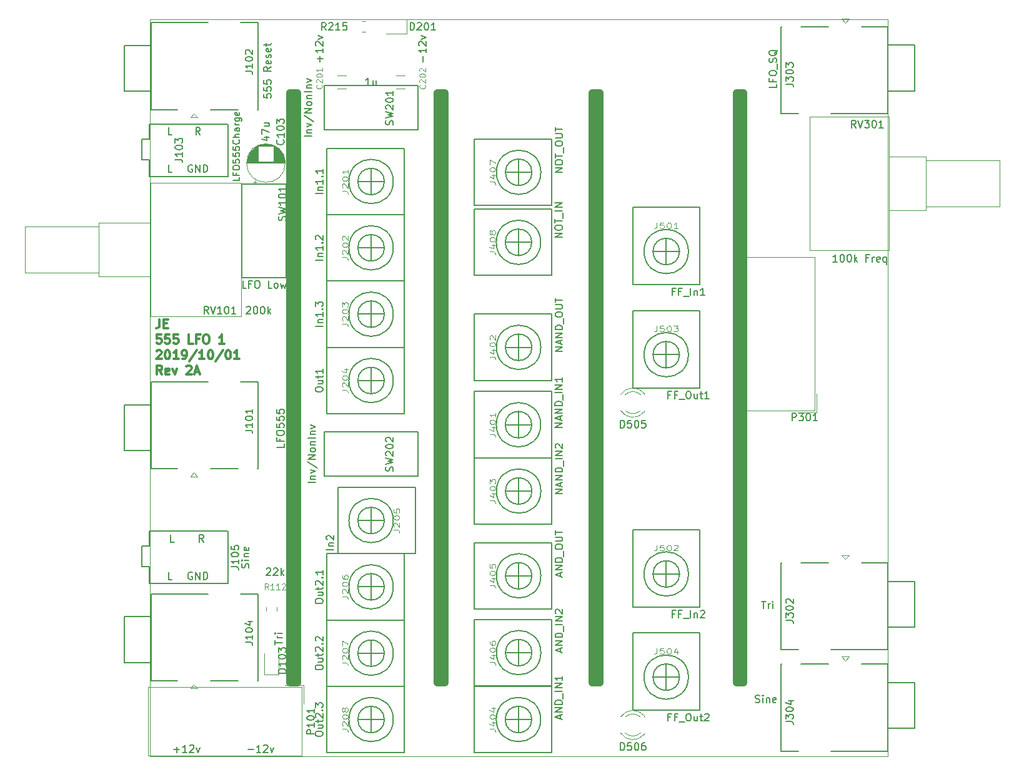
<source format=gbr>
%TF.GenerationSoftware,KiCad,Pcbnew,(5.1.0)-1*%
%TF.CreationDate,2019-10-02T21:08:56+02:00*%
%TF.ProjectId,Kicad_LFO_1_2,4b696361-645f-44c4-964f-5f315f322e6b,Rev A*%
%TF.SameCoordinates,Original*%
%TF.FileFunction,Legend,Top*%
%TF.FilePolarity,Positive*%
%FSLAX46Y46*%
G04 Gerber Fmt 4.6, Leading zero omitted, Abs format (unit mm)*
G04 Created by KiCad (PCBNEW (5.1.0)-1) date 2019-10-02 21:08:56*
%MOMM*%
%LPD*%
G04 APERTURE LIST*
%ADD10C,1.000000*%
%ADD11C,0.150000*%
%ADD12C,0.300000*%
%ADD13C,0.050000*%
%ADD14C,0.120000*%
%ADD15C,0.100000*%
%ADD16C,0.125000*%
G04 APERTURE END LIST*
D10*
X111000000Y-60000000D02*
X111000000Y-140000000D01*
X110000000Y-140000000D02*
X111000000Y-140000000D01*
X110000000Y-60000000D02*
X111000000Y-60000000D01*
X110000000Y-140000000D02*
X110000000Y-60000000D01*
D11*
X87071428Y-55714285D02*
X87071428Y-54952380D01*
X87452380Y-53952380D02*
X87452380Y-54523809D01*
X87452380Y-54238095D02*
X86452380Y-54238095D01*
X86595238Y-54333333D01*
X86690476Y-54428571D01*
X86738095Y-54523809D01*
X86547619Y-53571428D02*
X86500000Y-53523809D01*
X86452380Y-53428571D01*
X86452380Y-53190476D01*
X86500000Y-53095238D01*
X86547619Y-53047619D01*
X86642857Y-53000000D01*
X86738095Y-53000000D01*
X86880952Y-53047619D01*
X87452380Y-53619047D01*
X87452380Y-53000000D01*
X86785714Y-52666666D02*
X87452380Y-52428571D01*
X86785714Y-52190476D01*
X73071428Y-55714285D02*
X73071428Y-54952380D01*
X73452380Y-55333333D02*
X72690476Y-55333333D01*
X73452380Y-53952380D02*
X73452380Y-54523809D01*
X73452380Y-54238095D02*
X72452380Y-54238095D01*
X72595238Y-54333333D01*
X72690476Y-54428571D01*
X72738095Y-54523809D01*
X72547619Y-53571428D02*
X72500000Y-53523809D01*
X72452380Y-53428571D01*
X72452380Y-53190476D01*
X72500000Y-53095238D01*
X72547619Y-53047619D01*
X72642857Y-53000000D01*
X72738095Y-53000000D01*
X72880952Y-53047619D01*
X73452380Y-53619047D01*
X73452380Y-53000000D01*
X72785714Y-52666666D02*
X73452380Y-52428571D01*
X72785714Y-52190476D01*
X53285714Y-149071428D02*
X54047619Y-149071428D01*
X53666666Y-149452380D02*
X53666666Y-148690476D01*
X55047619Y-149452380D02*
X54476190Y-149452380D01*
X54761904Y-149452380D02*
X54761904Y-148452380D01*
X54666666Y-148595238D01*
X54571428Y-148690476D01*
X54476190Y-148738095D01*
X55428571Y-148547619D02*
X55476190Y-148500000D01*
X55571428Y-148452380D01*
X55809523Y-148452380D01*
X55904761Y-148500000D01*
X55952380Y-148547619D01*
X56000000Y-148642857D01*
X56000000Y-148738095D01*
X55952380Y-148880952D01*
X55380952Y-149452380D01*
X56000000Y-149452380D01*
X56333333Y-148785714D02*
X56571428Y-149452380D01*
X56809523Y-148785714D01*
X63285714Y-149071428D02*
X64047619Y-149071428D01*
X65047619Y-149452380D02*
X64476190Y-149452380D01*
X64761904Y-149452380D02*
X64761904Y-148452380D01*
X64666666Y-148595238D01*
X64571428Y-148690476D01*
X64476190Y-148738095D01*
X65428571Y-148547619D02*
X65476190Y-148500000D01*
X65571428Y-148452380D01*
X65809523Y-148452380D01*
X65904761Y-148500000D01*
X65952380Y-148547619D01*
X66000000Y-148642857D01*
X66000000Y-148738095D01*
X65952380Y-148880952D01*
X65380952Y-149452380D01*
X66000000Y-149452380D01*
X66333333Y-148785714D02*
X66571428Y-149452380D01*
X66809523Y-148785714D01*
D10*
X129500000Y-140000000D02*
X130500000Y-140000000D01*
X130500000Y-60000000D02*
X130500000Y-140000000D01*
X129500000Y-60000000D02*
X130500000Y-60000000D01*
X129500000Y-140000000D02*
X129500000Y-60000000D01*
X90000000Y-60000000D02*
X90000000Y-140000000D01*
X89000000Y-60000000D02*
X90000000Y-60000000D01*
X89000000Y-140000000D02*
X90000000Y-140000000D01*
X89000000Y-140000000D02*
X89000000Y-60000000D01*
D12*
X51323571Y-90692857D02*
X51323571Y-91550000D01*
X51266428Y-91721428D01*
X51152142Y-91835714D01*
X50980714Y-91892857D01*
X50866428Y-91892857D01*
X51895000Y-91264285D02*
X52295000Y-91264285D01*
X52466428Y-91892857D02*
X51895000Y-91892857D01*
X51895000Y-90692857D01*
X52466428Y-90692857D01*
X51552142Y-92792857D02*
X50980714Y-92792857D01*
X50923571Y-93364285D01*
X50980714Y-93307142D01*
X51095000Y-93250000D01*
X51380714Y-93250000D01*
X51495000Y-93307142D01*
X51552142Y-93364285D01*
X51609285Y-93478571D01*
X51609285Y-93764285D01*
X51552142Y-93878571D01*
X51495000Y-93935714D01*
X51380714Y-93992857D01*
X51095000Y-93992857D01*
X50980714Y-93935714D01*
X50923571Y-93878571D01*
X52695000Y-92792857D02*
X52123571Y-92792857D01*
X52066428Y-93364285D01*
X52123571Y-93307142D01*
X52237857Y-93250000D01*
X52523571Y-93250000D01*
X52637857Y-93307142D01*
X52695000Y-93364285D01*
X52752142Y-93478571D01*
X52752142Y-93764285D01*
X52695000Y-93878571D01*
X52637857Y-93935714D01*
X52523571Y-93992857D01*
X52237857Y-93992857D01*
X52123571Y-93935714D01*
X52066428Y-93878571D01*
X53837857Y-92792857D02*
X53266428Y-92792857D01*
X53209285Y-93364285D01*
X53266428Y-93307142D01*
X53380714Y-93250000D01*
X53666428Y-93250000D01*
X53780714Y-93307142D01*
X53837857Y-93364285D01*
X53895000Y-93478571D01*
X53895000Y-93764285D01*
X53837857Y-93878571D01*
X53780714Y-93935714D01*
X53666428Y-93992857D01*
X53380714Y-93992857D01*
X53266428Y-93935714D01*
X53209285Y-93878571D01*
X55895000Y-93992857D02*
X55323571Y-93992857D01*
X55323571Y-92792857D01*
X56695000Y-93364285D02*
X56295000Y-93364285D01*
X56295000Y-93992857D02*
X56295000Y-92792857D01*
X56866428Y-92792857D01*
X57552142Y-92792857D02*
X57780714Y-92792857D01*
X57895000Y-92850000D01*
X58009285Y-92964285D01*
X58066428Y-93192857D01*
X58066428Y-93592857D01*
X58009285Y-93821428D01*
X57895000Y-93935714D01*
X57780714Y-93992857D01*
X57552142Y-93992857D01*
X57437857Y-93935714D01*
X57323571Y-93821428D01*
X57266428Y-93592857D01*
X57266428Y-93192857D01*
X57323571Y-92964285D01*
X57437857Y-92850000D01*
X57552142Y-92792857D01*
X60123571Y-93992857D02*
X59437857Y-93992857D01*
X59780714Y-93992857D02*
X59780714Y-92792857D01*
X59666428Y-92964285D01*
X59552142Y-93078571D01*
X59437857Y-93135714D01*
X50923571Y-95007142D02*
X50980714Y-94950000D01*
X51095000Y-94892857D01*
X51380714Y-94892857D01*
X51495000Y-94950000D01*
X51552142Y-95007142D01*
X51609285Y-95121428D01*
X51609285Y-95235714D01*
X51552142Y-95407142D01*
X50866428Y-96092857D01*
X51609285Y-96092857D01*
X52352142Y-94892857D02*
X52466428Y-94892857D01*
X52580714Y-94950000D01*
X52637857Y-95007142D01*
X52695000Y-95121428D01*
X52752142Y-95350000D01*
X52752142Y-95635714D01*
X52695000Y-95864285D01*
X52637857Y-95978571D01*
X52580714Y-96035714D01*
X52466428Y-96092857D01*
X52352142Y-96092857D01*
X52237857Y-96035714D01*
X52180714Y-95978571D01*
X52123571Y-95864285D01*
X52066428Y-95635714D01*
X52066428Y-95350000D01*
X52123571Y-95121428D01*
X52180714Y-95007142D01*
X52237857Y-94950000D01*
X52352142Y-94892857D01*
X53895000Y-96092857D02*
X53209285Y-96092857D01*
X53552142Y-96092857D02*
X53552142Y-94892857D01*
X53437857Y-95064285D01*
X53323571Y-95178571D01*
X53209285Y-95235714D01*
X54466428Y-96092857D02*
X54695000Y-96092857D01*
X54809285Y-96035714D01*
X54866428Y-95978571D01*
X54980714Y-95807142D01*
X55037857Y-95578571D01*
X55037857Y-95121428D01*
X54980714Y-95007142D01*
X54923571Y-94950000D01*
X54809285Y-94892857D01*
X54580714Y-94892857D01*
X54466428Y-94950000D01*
X54409285Y-95007142D01*
X54352142Y-95121428D01*
X54352142Y-95407142D01*
X54409285Y-95521428D01*
X54466428Y-95578571D01*
X54580714Y-95635714D01*
X54809285Y-95635714D01*
X54923571Y-95578571D01*
X54980714Y-95521428D01*
X55037857Y-95407142D01*
X56409285Y-94835714D02*
X55380714Y-96378571D01*
X57437857Y-96092857D02*
X56752142Y-96092857D01*
X57095000Y-96092857D02*
X57095000Y-94892857D01*
X56980714Y-95064285D01*
X56866428Y-95178571D01*
X56752142Y-95235714D01*
X58180714Y-94892857D02*
X58295000Y-94892857D01*
X58409285Y-94950000D01*
X58466428Y-95007142D01*
X58523571Y-95121428D01*
X58580714Y-95350000D01*
X58580714Y-95635714D01*
X58523571Y-95864285D01*
X58466428Y-95978571D01*
X58409285Y-96035714D01*
X58295000Y-96092857D01*
X58180714Y-96092857D01*
X58066428Y-96035714D01*
X58009285Y-95978571D01*
X57952142Y-95864285D01*
X57895000Y-95635714D01*
X57895000Y-95350000D01*
X57952142Y-95121428D01*
X58009285Y-95007142D01*
X58066428Y-94950000D01*
X58180714Y-94892857D01*
X59952142Y-94835714D02*
X58923571Y-96378571D01*
X60580714Y-94892857D02*
X60695000Y-94892857D01*
X60809285Y-94950000D01*
X60866428Y-95007142D01*
X60923571Y-95121428D01*
X60980714Y-95350000D01*
X60980714Y-95635714D01*
X60923571Y-95864285D01*
X60866428Y-95978571D01*
X60809285Y-96035714D01*
X60695000Y-96092857D01*
X60580714Y-96092857D01*
X60466428Y-96035714D01*
X60409285Y-95978571D01*
X60352142Y-95864285D01*
X60295000Y-95635714D01*
X60295000Y-95350000D01*
X60352142Y-95121428D01*
X60409285Y-95007142D01*
X60466428Y-94950000D01*
X60580714Y-94892857D01*
X62123571Y-96092857D02*
X61437857Y-96092857D01*
X61780714Y-96092857D02*
X61780714Y-94892857D01*
X61666428Y-95064285D01*
X61552142Y-95178571D01*
X61437857Y-95235714D01*
X51666428Y-98192857D02*
X51266428Y-97621428D01*
X50980714Y-98192857D02*
X50980714Y-96992857D01*
X51437857Y-96992857D01*
X51552142Y-97050000D01*
X51609285Y-97107142D01*
X51666428Y-97221428D01*
X51666428Y-97392857D01*
X51609285Y-97507142D01*
X51552142Y-97564285D01*
X51437857Y-97621428D01*
X50980714Y-97621428D01*
X52637857Y-98135714D02*
X52523571Y-98192857D01*
X52295000Y-98192857D01*
X52180714Y-98135714D01*
X52123571Y-98021428D01*
X52123571Y-97564285D01*
X52180714Y-97450000D01*
X52295000Y-97392857D01*
X52523571Y-97392857D01*
X52637857Y-97450000D01*
X52695000Y-97564285D01*
X52695000Y-97678571D01*
X52123571Y-97792857D01*
X53095000Y-97392857D02*
X53380714Y-98192857D01*
X53666428Y-97392857D01*
X54980714Y-97107142D02*
X55037857Y-97050000D01*
X55152142Y-96992857D01*
X55437857Y-96992857D01*
X55552142Y-97050000D01*
X55609285Y-97107142D01*
X55666428Y-97221428D01*
X55666428Y-97335714D01*
X55609285Y-97507142D01*
X54923571Y-98192857D01*
X55666428Y-98192857D01*
X56123571Y-97850000D02*
X56695000Y-97850000D01*
X56009285Y-98192857D02*
X56409285Y-96992857D01*
X56809285Y-98192857D01*
D10*
X69000000Y-60000000D02*
X70000000Y-60000000D01*
X69000000Y-140000000D02*
X69000000Y-60000000D01*
X69000000Y-140000000D02*
X70000000Y-140000000D01*
X70000000Y-60000000D02*
X70000000Y-140000000D01*
D13*
X150000000Y-50000000D02*
X50000000Y-50000000D01*
X150000000Y-150000000D02*
X150000000Y-50000000D01*
X50000000Y-150000000D02*
X150000000Y-150000000D01*
X50000000Y-50000000D02*
X50000000Y-150000000D01*
D14*
X62420000Y-90320000D02*
X50080000Y-90320000D01*
X62420000Y-72180000D02*
X50080000Y-72180000D01*
X62420000Y-90320000D02*
X62420000Y-72180000D01*
X50080000Y-90320000D02*
X50080000Y-72180000D01*
X50080000Y-84870000D02*
X43080000Y-84870000D01*
X50080000Y-77630000D02*
X43080000Y-77630000D01*
X50080000Y-84870000D02*
X50080000Y-77630000D01*
X43080000Y-84870000D02*
X43080000Y-77630000D01*
X43080000Y-84370000D02*
X33080000Y-84370000D01*
X43080000Y-78129000D02*
X33080000Y-78129000D01*
X43080000Y-84370000D02*
X43080000Y-78129000D01*
X33080000Y-84370000D02*
X33080000Y-78129000D01*
X68370000Y-69500000D02*
G75*
G03X68370000Y-69500000I-2620000J0D01*
G01*
X63170000Y-69500000D02*
X68330000Y-69500000D01*
X63170000Y-69460000D02*
X68330000Y-69460000D01*
X63171000Y-69420000D02*
X68329000Y-69420000D01*
X63172000Y-69380000D02*
X68328000Y-69380000D01*
X63174000Y-69340000D02*
X68326000Y-69340000D01*
X63177000Y-69300000D02*
X68323000Y-69300000D01*
X63181000Y-69260000D02*
X64710000Y-69260000D01*
X66790000Y-69260000D02*
X68319000Y-69260000D01*
X63185000Y-69220000D02*
X64710000Y-69220000D01*
X66790000Y-69220000D02*
X68315000Y-69220000D01*
X63189000Y-69180000D02*
X64710000Y-69180000D01*
X66790000Y-69180000D02*
X68311000Y-69180000D01*
X63194000Y-69140000D02*
X64710000Y-69140000D01*
X66790000Y-69140000D02*
X68306000Y-69140000D01*
X63200000Y-69100000D02*
X64710000Y-69100000D01*
X66790000Y-69100000D02*
X68300000Y-69100000D01*
X63207000Y-69060000D02*
X64710000Y-69060000D01*
X66790000Y-69060000D02*
X68293000Y-69060000D01*
X63214000Y-69020000D02*
X64710000Y-69020000D01*
X66790000Y-69020000D02*
X68286000Y-69020000D01*
X63222000Y-68980000D02*
X64710000Y-68980000D01*
X66790000Y-68980000D02*
X68278000Y-68980000D01*
X63230000Y-68940000D02*
X64710000Y-68940000D01*
X66790000Y-68940000D02*
X68270000Y-68940000D01*
X63239000Y-68900000D02*
X64710000Y-68900000D01*
X66790000Y-68900000D02*
X68261000Y-68900000D01*
X63249000Y-68860000D02*
X64710000Y-68860000D01*
X66790000Y-68860000D02*
X68251000Y-68860000D01*
X63259000Y-68820000D02*
X64710000Y-68820000D01*
X66790000Y-68820000D02*
X68241000Y-68820000D01*
X63270000Y-68779000D02*
X64710000Y-68779000D01*
X66790000Y-68779000D02*
X68230000Y-68779000D01*
X63282000Y-68739000D02*
X64710000Y-68739000D01*
X66790000Y-68739000D02*
X68218000Y-68739000D01*
X63295000Y-68699000D02*
X64710000Y-68699000D01*
X66790000Y-68699000D02*
X68205000Y-68699000D01*
X63308000Y-68659000D02*
X64710000Y-68659000D01*
X66790000Y-68659000D02*
X68192000Y-68659000D01*
X63322000Y-68619000D02*
X64710000Y-68619000D01*
X66790000Y-68619000D02*
X68178000Y-68619000D01*
X63336000Y-68579000D02*
X64710000Y-68579000D01*
X66790000Y-68579000D02*
X68164000Y-68579000D01*
X63352000Y-68539000D02*
X64710000Y-68539000D01*
X66790000Y-68539000D02*
X68148000Y-68539000D01*
X63368000Y-68499000D02*
X64710000Y-68499000D01*
X66790000Y-68499000D02*
X68132000Y-68499000D01*
X63385000Y-68459000D02*
X64710000Y-68459000D01*
X66790000Y-68459000D02*
X68115000Y-68459000D01*
X63402000Y-68419000D02*
X64710000Y-68419000D01*
X66790000Y-68419000D02*
X68098000Y-68419000D01*
X63421000Y-68379000D02*
X64710000Y-68379000D01*
X66790000Y-68379000D02*
X68079000Y-68379000D01*
X63440000Y-68339000D02*
X64710000Y-68339000D01*
X66790000Y-68339000D02*
X68060000Y-68339000D01*
X63460000Y-68299000D02*
X64710000Y-68299000D01*
X66790000Y-68299000D02*
X68040000Y-68299000D01*
X63482000Y-68259000D02*
X64710000Y-68259000D01*
X66790000Y-68259000D02*
X68018000Y-68259000D01*
X63503000Y-68219000D02*
X64710000Y-68219000D01*
X66790000Y-68219000D02*
X67997000Y-68219000D01*
X63526000Y-68179000D02*
X64710000Y-68179000D01*
X66790000Y-68179000D02*
X67974000Y-68179000D01*
X63550000Y-68139000D02*
X64710000Y-68139000D01*
X66790000Y-68139000D02*
X67950000Y-68139000D01*
X63575000Y-68099000D02*
X64710000Y-68099000D01*
X66790000Y-68099000D02*
X67925000Y-68099000D01*
X63601000Y-68059000D02*
X64710000Y-68059000D01*
X66790000Y-68059000D02*
X67899000Y-68059000D01*
X63628000Y-68019000D02*
X64710000Y-68019000D01*
X66790000Y-68019000D02*
X67872000Y-68019000D01*
X63655000Y-67979000D02*
X64710000Y-67979000D01*
X66790000Y-67979000D02*
X67845000Y-67979000D01*
X63685000Y-67939000D02*
X64710000Y-67939000D01*
X66790000Y-67939000D02*
X67815000Y-67939000D01*
X63715000Y-67899000D02*
X64710000Y-67899000D01*
X66790000Y-67899000D02*
X67785000Y-67899000D01*
X63746000Y-67859000D02*
X64710000Y-67859000D01*
X66790000Y-67859000D02*
X67754000Y-67859000D01*
X63779000Y-67819000D02*
X64710000Y-67819000D01*
X66790000Y-67819000D02*
X67721000Y-67819000D01*
X63813000Y-67779000D02*
X64710000Y-67779000D01*
X66790000Y-67779000D02*
X67687000Y-67779000D01*
X63849000Y-67739000D02*
X64710000Y-67739000D01*
X66790000Y-67739000D02*
X67651000Y-67739000D01*
X63886000Y-67699000D02*
X64710000Y-67699000D01*
X66790000Y-67699000D02*
X67614000Y-67699000D01*
X63924000Y-67659000D02*
X64710000Y-67659000D01*
X66790000Y-67659000D02*
X67576000Y-67659000D01*
X63965000Y-67619000D02*
X64710000Y-67619000D01*
X66790000Y-67619000D02*
X67535000Y-67619000D01*
X64007000Y-67579000D02*
X64710000Y-67579000D01*
X66790000Y-67579000D02*
X67493000Y-67579000D01*
X64051000Y-67539000D02*
X64710000Y-67539000D01*
X66790000Y-67539000D02*
X67449000Y-67539000D01*
X64097000Y-67499000D02*
X64710000Y-67499000D01*
X66790000Y-67499000D02*
X67403000Y-67499000D01*
X64145000Y-67459000D02*
X64710000Y-67459000D01*
X66790000Y-67459000D02*
X67355000Y-67459000D01*
X64196000Y-67419000D02*
X64710000Y-67419000D01*
X66790000Y-67419000D02*
X67304000Y-67419000D01*
X64250000Y-67379000D02*
X64710000Y-67379000D01*
X66790000Y-67379000D02*
X67250000Y-67379000D01*
X64307000Y-67339000D02*
X64710000Y-67339000D01*
X66790000Y-67339000D02*
X67193000Y-67339000D01*
X64367000Y-67299000D02*
X64710000Y-67299000D01*
X66790000Y-67299000D02*
X67133000Y-67299000D01*
X64431000Y-67259000D02*
X64710000Y-67259000D01*
X66790000Y-67259000D02*
X67069000Y-67259000D01*
X64499000Y-67219000D02*
X64710000Y-67219000D01*
X66790000Y-67219000D02*
X67001000Y-67219000D01*
X64572000Y-67179000D02*
X66928000Y-67179000D01*
X64652000Y-67139000D02*
X66848000Y-67139000D01*
X64739000Y-67099000D02*
X66761000Y-67099000D01*
X64835000Y-67059000D02*
X66665000Y-67059000D01*
X64945000Y-67019000D02*
X66555000Y-67019000D01*
X65073000Y-66979000D02*
X66427000Y-66979000D01*
X65232000Y-66939000D02*
X66268000Y-66939000D01*
X65466000Y-66899000D02*
X66034000Y-66899000D01*
X64275000Y-72304775D02*
X64275000Y-71804775D01*
X64025000Y-72054775D02*
X64525000Y-72054775D01*
D11*
X62500000Y-72350000D02*
X68500000Y-72350000D01*
X68500000Y-72350000D02*
X68500000Y-85050000D01*
X68500000Y-85050000D02*
X62500000Y-85050000D01*
X62500000Y-85050000D02*
X62500000Y-72350000D01*
D14*
X70600000Y-149945000D02*
X49740000Y-149945000D01*
X49740000Y-149945000D02*
X49740000Y-140595000D01*
X49740000Y-140595000D02*
X70600000Y-140595000D01*
X70600000Y-140595000D02*
X70600000Y-149945000D01*
X70850000Y-140345000D02*
X68310000Y-140345000D01*
X70850000Y-140345000D02*
X70850000Y-142885000D01*
X75397936Y-59410000D02*
X76602064Y-59410000D01*
X75397936Y-57590000D02*
X76602064Y-57590000D01*
X83397936Y-57590000D02*
X84602064Y-57590000D01*
X83397936Y-59410000D02*
X84602064Y-59410000D01*
D11*
X81800000Y-72000000D02*
G75*
G03X81800000Y-72000000I-1800000J0D01*
G01*
X83006659Y-72000000D02*
G75*
G03X83006659Y-72000000I-3006659J0D01*
G01*
X74000000Y-76500000D02*
X84500000Y-76500000D01*
X74000000Y-67500000D02*
X74000000Y-76500000D01*
X84500000Y-67500000D02*
X74000000Y-67500000D01*
X84500000Y-76500000D02*
X84500000Y-67500000D01*
X78200000Y-72000000D02*
X81800000Y-72000000D01*
X80000000Y-70200000D02*
X80000000Y-73800000D01*
X80000000Y-79200000D02*
X80000000Y-82800000D01*
X78200000Y-81000000D02*
X81800000Y-81000000D01*
X84500000Y-85500000D02*
X84500000Y-76500000D01*
X84500000Y-76500000D02*
X74000000Y-76500000D01*
X74000000Y-76500000D02*
X74000000Y-85500000D01*
X74000000Y-85500000D02*
X84500000Y-85500000D01*
X83006659Y-81000000D02*
G75*
G03X83006659Y-81000000I-3006659J0D01*
G01*
X81800000Y-81000000D02*
G75*
G03X81800000Y-81000000I-1800000J0D01*
G01*
X81800000Y-90000000D02*
G75*
G03X81800000Y-90000000I-1800000J0D01*
G01*
X83006659Y-90000000D02*
G75*
G03X83006659Y-90000000I-3006659J0D01*
G01*
X74000000Y-94500000D02*
X84500000Y-94500000D01*
X74000000Y-85500000D02*
X74000000Y-94500000D01*
X84500000Y-85500000D02*
X74000000Y-85500000D01*
X84500000Y-94500000D02*
X84500000Y-85500000D01*
X78200000Y-90000000D02*
X81800000Y-90000000D01*
X80000000Y-88200000D02*
X80000000Y-91800000D01*
X81800000Y-99000000D02*
G75*
G03X81800000Y-99000000I-1800000J0D01*
G01*
X83006659Y-99000000D02*
G75*
G03X83006659Y-99000000I-3006659J0D01*
G01*
X74000000Y-103500000D02*
X84500000Y-103500000D01*
X74000000Y-94500000D02*
X74000000Y-103500000D01*
X84500000Y-94500000D02*
X74000000Y-94500000D01*
X84500000Y-103500000D02*
X84500000Y-94500000D01*
X78200000Y-99000000D02*
X81800000Y-99000000D01*
X80000000Y-97200000D02*
X80000000Y-100800000D01*
X80000000Y-119800000D02*
X80000000Y-116200000D01*
X81800000Y-118000000D02*
X78200000Y-118000000D01*
X75500000Y-113500000D02*
X75500000Y-122500000D01*
X75500000Y-122500000D02*
X86000000Y-122500000D01*
X86000000Y-122500000D02*
X86000000Y-113500000D01*
X86000000Y-113500000D02*
X75500000Y-113500000D01*
X83006659Y-118000000D02*
G75*
G03X83006659Y-118000000I-3006659J0D01*
G01*
X81800000Y-118000000D02*
G75*
G03X81800000Y-118000000I-1800000J0D01*
G01*
X80000000Y-125200000D02*
X80000000Y-128800000D01*
X78200000Y-127000000D02*
X81800000Y-127000000D01*
X84500000Y-131500000D02*
X84500000Y-122500000D01*
X84500000Y-122500000D02*
X74000000Y-122500000D01*
X74000000Y-122500000D02*
X74000000Y-131500000D01*
X74000000Y-131500000D02*
X84500000Y-131500000D01*
X83006659Y-127000000D02*
G75*
G03X83006659Y-127000000I-3006659J0D01*
G01*
X81800000Y-127000000D02*
G75*
G03X81800000Y-127000000I-1800000J0D01*
G01*
X80000000Y-134200000D02*
X80000000Y-137800000D01*
X78200000Y-136000000D02*
X81800000Y-136000000D01*
X84500000Y-140500000D02*
X84500000Y-131500000D01*
X84500000Y-131500000D02*
X74000000Y-131500000D01*
X74000000Y-131500000D02*
X74000000Y-140500000D01*
X74000000Y-140500000D02*
X84500000Y-140500000D01*
X83006659Y-136000000D02*
G75*
G03X83006659Y-136000000I-3006659J0D01*
G01*
X81800000Y-136000000D02*
G75*
G03X81800000Y-136000000I-1800000J0D01*
G01*
X81800000Y-145000000D02*
G75*
G03X81800000Y-145000000I-1800000J0D01*
G01*
X83006659Y-145000000D02*
G75*
G03X83006659Y-145000000I-3006659J0D01*
G01*
X74000000Y-149500000D02*
X84500000Y-149500000D01*
X74000000Y-140500000D02*
X74000000Y-149500000D01*
X84500000Y-140500000D02*
X74000000Y-140500000D01*
X84500000Y-149500000D02*
X84500000Y-140500000D01*
X78200000Y-145000000D02*
X81800000Y-145000000D01*
X80000000Y-143200000D02*
X80000000Y-146800000D01*
X73650000Y-65000000D02*
X73650000Y-59000000D01*
X73650000Y-59000000D02*
X86350000Y-59000000D01*
X86350000Y-59000000D02*
X86350000Y-65000000D01*
X86350000Y-65000000D02*
X73650000Y-65000000D01*
X86350000Y-112000000D02*
X73650000Y-112000000D01*
X86350000Y-106000000D02*
X86350000Y-112000000D01*
X73650000Y-106000000D02*
X86350000Y-106000000D01*
X73650000Y-112000000D02*
X73650000Y-106000000D01*
D14*
X65540000Y-136000000D02*
X65540000Y-138860000D01*
X65540000Y-138860000D02*
X67460000Y-138860000D01*
X67460000Y-138860000D02*
X67460000Y-136000000D01*
X84860000Y-50040000D02*
X82000000Y-50040000D01*
X84860000Y-51960000D02*
X84860000Y-50040000D01*
X82000000Y-51960000D02*
X84860000Y-51960000D01*
X67210000Y-129738748D02*
X67210000Y-130261252D01*
X65790000Y-129738748D02*
X65790000Y-130261252D01*
X78738748Y-51710000D02*
X79261252Y-51710000D01*
X78738748Y-50290000D02*
X79261252Y-50290000D01*
X130805000Y-103100000D02*
X130805000Y-82240000D01*
X130805000Y-82240000D02*
X140155000Y-82240000D01*
X140155000Y-82240000D02*
X140155000Y-103100000D01*
X140155000Y-103100000D02*
X130805000Y-103100000D01*
X140405000Y-103350000D02*
X140405000Y-100810000D01*
X140405000Y-103350000D02*
X137865000Y-103350000D01*
D11*
X99975001Y-103200000D02*
X99975001Y-106800000D01*
X98175001Y-105000000D02*
X101775001Y-105000000D01*
X104475001Y-109500000D02*
X104475001Y-100500000D01*
X104475001Y-100500000D02*
X93975001Y-100500000D01*
X93975001Y-100500000D02*
X93975001Y-109500000D01*
X93975001Y-109500000D02*
X104475001Y-109500000D01*
X102981660Y-105000000D02*
G75*
G03X102981660Y-105000000I-3006659J0D01*
G01*
X101775001Y-105000000D02*
G75*
G03X101775001Y-105000000I-1800000J0D01*
G01*
X100000000Y-92700000D02*
X100000000Y-96300000D01*
X98200000Y-94500000D02*
X101800000Y-94500000D01*
X104500000Y-99000000D02*
X104500000Y-90000000D01*
X104500000Y-90000000D02*
X94000000Y-90000000D01*
X94000000Y-90000000D02*
X94000000Y-99000000D01*
X94000000Y-99000000D02*
X104500000Y-99000000D01*
X103006659Y-94500000D02*
G75*
G03X103006659Y-94500000I-3006659J0D01*
G01*
X101800000Y-94500000D02*
G75*
G03X101800000Y-94500000I-1800000J0D01*
G01*
X101800000Y-114000000D02*
G75*
G03X101800000Y-114000000I-1800000J0D01*
G01*
X103006659Y-114000000D02*
G75*
G03X103006659Y-114000000I-3006659J0D01*
G01*
X94000000Y-118500000D02*
X104500000Y-118500000D01*
X94000000Y-109500000D02*
X94000000Y-118500000D01*
X104500000Y-109500000D02*
X94000000Y-109500000D01*
X104500000Y-118500000D02*
X104500000Y-109500000D01*
X98200000Y-114000000D02*
X101800000Y-114000000D01*
X100000000Y-112200000D02*
X100000000Y-115800000D01*
X101775001Y-145000000D02*
G75*
G03X101775001Y-145000000I-1800000J0D01*
G01*
X102981660Y-145000000D02*
G75*
G03X102981660Y-145000000I-3006659J0D01*
G01*
X93975001Y-149500000D02*
X104475001Y-149500000D01*
X93975001Y-140500000D02*
X93975001Y-149500000D01*
X104475001Y-140500000D02*
X93975001Y-140500000D01*
X104475001Y-149500000D02*
X104475001Y-140500000D01*
X98175001Y-145000000D02*
X101775001Y-145000000D01*
X99975001Y-143200000D02*
X99975001Y-146800000D01*
X101800000Y-125500000D02*
G75*
G03X101800000Y-125500000I-1800000J0D01*
G01*
X103006659Y-125500000D02*
G75*
G03X103006659Y-125500000I-3006659J0D01*
G01*
X94000000Y-130000000D02*
X104500000Y-130000000D01*
X94000000Y-121000000D02*
X94000000Y-130000000D01*
X104500000Y-121000000D02*
X94000000Y-121000000D01*
X104500000Y-130000000D02*
X104500000Y-121000000D01*
X98200000Y-125500000D02*
X101800000Y-125500000D01*
X100000000Y-123700000D02*
X100000000Y-127300000D01*
X100000000Y-134124999D02*
X100000000Y-137724999D01*
X98200000Y-135924999D02*
X101800000Y-135924999D01*
X104500000Y-140424999D02*
X104500000Y-131424999D01*
X104500000Y-131424999D02*
X94000000Y-131424999D01*
X94000000Y-131424999D02*
X94000000Y-140424999D01*
X94000000Y-140424999D02*
X104500000Y-140424999D01*
X103006659Y-135924999D02*
G75*
G03X103006659Y-135924999I-3006659J0D01*
G01*
X101800000Y-135924999D02*
G75*
G03X101800000Y-135924999I-1800000J0D01*
G01*
X101800000Y-70750000D02*
G75*
G03X101800000Y-70750000I-1800000J0D01*
G01*
X103006659Y-70750000D02*
G75*
G03X103006659Y-70750000I-3006659J0D01*
G01*
X94000000Y-75250000D02*
X104500000Y-75250000D01*
X94000000Y-66250000D02*
X94000000Y-75250000D01*
X104500000Y-66250000D02*
X94000000Y-66250000D01*
X104500000Y-75250000D02*
X104500000Y-66250000D01*
X98200000Y-70750000D02*
X101800000Y-70750000D01*
X100000000Y-68950000D02*
X100000000Y-72550000D01*
X99975001Y-78450000D02*
X99975001Y-82050000D01*
X98175001Y-80250000D02*
X101775001Y-80250000D01*
X104475001Y-84750000D02*
X104475001Y-75750000D01*
X104475001Y-75750000D02*
X93975001Y-75750000D01*
X93975001Y-75750000D02*
X93975001Y-84750000D01*
X93975001Y-84750000D02*
X104475001Y-84750000D01*
X102981660Y-80250000D02*
G75*
G03X102981660Y-80250000I-3006659J0D01*
G01*
X101775001Y-80250000D02*
G75*
G03X101775001Y-80250000I-1800000J0D01*
G01*
X121800000Y-81500000D02*
X118200000Y-81500000D01*
X120000000Y-79700000D02*
X120000000Y-83300000D01*
X115500000Y-86000000D02*
X124500000Y-86000000D01*
X124500000Y-86000000D02*
X124500000Y-75500000D01*
X124500000Y-75500000D02*
X115500000Y-75500000D01*
X115500000Y-75500000D02*
X115500000Y-86000000D01*
X123006659Y-81500000D02*
G75*
G03X123006659Y-81500000I-3006659J0D01*
G01*
X121800000Y-81500000D02*
G75*
G03X121800000Y-81500000I-1800000J0D01*
G01*
X121800000Y-125250000D02*
G75*
G03X121800000Y-125250000I-1800000J0D01*
G01*
X123006659Y-125250000D02*
G75*
G03X123006659Y-125250000I-3006659J0D01*
G01*
X115500000Y-119250000D02*
X115500000Y-129750000D01*
X124500000Y-119250000D02*
X115500000Y-119250000D01*
X124500000Y-129750000D02*
X124500000Y-119250000D01*
X115500000Y-129750000D02*
X124500000Y-129750000D01*
X120000000Y-123450000D02*
X120000000Y-127050000D01*
X121800000Y-125250000D02*
X118200000Y-125250000D01*
X121800000Y-95500000D02*
X118200000Y-95500000D01*
X120000000Y-93700000D02*
X120000000Y-97300000D01*
X115500000Y-100000000D02*
X124500000Y-100000000D01*
X124500000Y-100000000D02*
X124500000Y-89500000D01*
X124500000Y-89500000D02*
X115500000Y-89500000D01*
X115500000Y-89500000D02*
X115500000Y-100000000D01*
X123006659Y-95500000D02*
G75*
G03X123006659Y-95500000I-3006659J0D01*
G01*
X121800000Y-95500000D02*
G75*
G03X121800000Y-95500000I-1800000J0D01*
G01*
X121800000Y-139250000D02*
G75*
G03X121800000Y-139250000I-1800000J0D01*
G01*
X123006659Y-139250000D02*
G75*
G03X123006659Y-139250000I-3006659J0D01*
G01*
X115500000Y-133250000D02*
X115500000Y-143750000D01*
X124500000Y-133250000D02*
X115500000Y-133250000D01*
X124500000Y-143750000D02*
X124500000Y-133250000D01*
X115500000Y-143750000D02*
X124500000Y-143750000D01*
X120000000Y-137450000D02*
X120000000Y-141050000D01*
X121800000Y-139250000D02*
X118200000Y-139250000D01*
D14*
X117040000Y-100920000D02*
X117040000Y-100764000D01*
X117040000Y-103236000D02*
X117040000Y-103080000D01*
X114438870Y-100920163D02*
G75*
G02X116520961Y-100920000I1041130J-1079837D01*
G01*
X114438870Y-103079837D02*
G75*
G03X116520961Y-103080000I1041130J1079837D01*
G01*
X113807665Y-100921392D02*
G75*
G02X117040000Y-100764484I1672335J-1078608D01*
G01*
X113807665Y-103078608D02*
G75*
G03X117040000Y-103235516I1672335J1078608D01*
G01*
X113807665Y-146828608D02*
G75*
G03X117040000Y-146985516I1672335J1078608D01*
G01*
X113807665Y-144671392D02*
G75*
G02X117040000Y-144514484I1672335J-1078608D01*
G01*
X114438870Y-146829837D02*
G75*
G03X116520961Y-146830000I1041130J1079837D01*
G01*
X114438870Y-144670163D02*
G75*
G02X116520961Y-144670000I1041130J-1079837D01*
G01*
X117040000Y-146986000D02*
X117040000Y-146830000D01*
X117040000Y-144670000D02*
X117040000Y-144514000D01*
D11*
X46600000Y-108500000D02*
X50200000Y-108500000D01*
X46600000Y-102300000D02*
X46600000Y-108500000D01*
X50200000Y-102300000D02*
X46600000Y-102300000D01*
X50200000Y-111000000D02*
X50200000Y-99200000D01*
X53750000Y-111000000D02*
X50200000Y-111000000D01*
X62000000Y-111000000D02*
X58250000Y-111000000D01*
X64700000Y-111000000D02*
X64600000Y-111000000D01*
X64700000Y-99200000D02*
X64700000Y-111000000D01*
X62300000Y-99200000D02*
X64700000Y-99200000D01*
X50200000Y-99200000D02*
X57950000Y-99200000D01*
D14*
X56000000Y-111500000D02*
X55500000Y-112050000D01*
X55500000Y-112050000D02*
X56500000Y-112050000D01*
X56500000Y-112050000D02*
X56000000Y-111500000D01*
X56500000Y-63300000D02*
X56000000Y-62750000D01*
X55500000Y-63300000D02*
X56500000Y-63300000D01*
X56000000Y-62750000D02*
X55500000Y-63300000D01*
D11*
X50200000Y-50450000D02*
X57950000Y-50450000D01*
X62300000Y-50450000D02*
X64700000Y-50450000D01*
X64700000Y-50450000D02*
X64700000Y-62250000D01*
X64700000Y-62250000D02*
X64600000Y-62250000D01*
X62000000Y-62250000D02*
X58250000Y-62250000D01*
X53750000Y-62250000D02*
X50200000Y-62250000D01*
X50200000Y-62250000D02*
X50200000Y-50450000D01*
X50200000Y-53550000D02*
X46600000Y-53550000D01*
X46600000Y-53550000D02*
X46600000Y-59750000D01*
X46600000Y-59750000D02*
X50200000Y-59750000D01*
X46600000Y-137250000D02*
X50200000Y-137250000D01*
X46600000Y-131050000D02*
X46600000Y-137250000D01*
X50200000Y-131050000D02*
X46600000Y-131050000D01*
X50200000Y-139750000D02*
X50200000Y-127950000D01*
X53750000Y-139750000D02*
X50200000Y-139750000D01*
X62000000Y-139750000D02*
X58250000Y-139750000D01*
X64700000Y-139750000D02*
X64600000Y-139750000D01*
X64700000Y-127950000D02*
X64700000Y-139750000D01*
X62300000Y-127950000D02*
X64700000Y-127950000D01*
X50200000Y-127950000D02*
X57950000Y-127950000D01*
D14*
X56000000Y-140250000D02*
X55500000Y-140800000D01*
X55500000Y-140800000D02*
X56500000Y-140800000D01*
X56500000Y-140800000D02*
X56000000Y-140250000D01*
X139430000Y-63180000D02*
X150170000Y-63180000D01*
X139430000Y-81320000D02*
X150170000Y-81320000D01*
X139430000Y-63180000D02*
X139430000Y-81320000D01*
X150170000Y-63180000D02*
X150170000Y-81320000D01*
X150170000Y-68630000D02*
X155170000Y-68630000D01*
X150170000Y-75870000D02*
X155170000Y-75870000D01*
X150170000Y-68630000D02*
X150170000Y-75870000D01*
X155170000Y-68630000D02*
X155170000Y-75870000D01*
X155170000Y-69130000D02*
X165170000Y-69130000D01*
X155170000Y-75371000D02*
X165170000Y-75371000D01*
X155170000Y-69130000D02*
X155170000Y-75371000D01*
X165170000Y-69130000D02*
X165170000Y-75371000D01*
D11*
X153650000Y-126250000D02*
X150050000Y-126250000D01*
X153650000Y-132450000D02*
X153650000Y-126250000D01*
X150050000Y-132450000D02*
X153650000Y-132450000D01*
X150050000Y-123750000D02*
X150050000Y-135550000D01*
X146500000Y-123750000D02*
X150050000Y-123750000D01*
X138250000Y-123750000D02*
X142000000Y-123750000D01*
X135550000Y-123750000D02*
X135650000Y-123750000D01*
X135550000Y-135550000D02*
X135550000Y-123750000D01*
X137950000Y-135550000D02*
X135550000Y-135550000D01*
X150050000Y-135550000D02*
X142300000Y-135550000D01*
D14*
X144250000Y-123250000D02*
X144750000Y-122700000D01*
X144750000Y-122700000D02*
X143750000Y-122700000D01*
X143750000Y-122700000D02*
X144250000Y-123250000D01*
X143750000Y-49950000D02*
X144250000Y-50500000D01*
X144750000Y-49950000D02*
X143750000Y-49950000D01*
X144250000Y-50500000D02*
X144750000Y-49950000D01*
D11*
X150050000Y-62800000D02*
X142300000Y-62800000D01*
X137950000Y-62800000D02*
X135550000Y-62800000D01*
X135550000Y-62800000D02*
X135550000Y-51000000D01*
X135550000Y-51000000D02*
X135650000Y-51000000D01*
X138250000Y-51000000D02*
X142000000Y-51000000D01*
X146500000Y-51000000D02*
X150050000Y-51000000D01*
X150050000Y-51000000D02*
X150050000Y-62800000D01*
X150050000Y-59700000D02*
X153650000Y-59700000D01*
X153650000Y-59700000D02*
X153650000Y-53500000D01*
X153650000Y-53500000D02*
X150050000Y-53500000D01*
D14*
X143750000Y-136450000D02*
X144250000Y-137000000D01*
X144750000Y-136450000D02*
X143750000Y-136450000D01*
X144250000Y-137000000D02*
X144750000Y-136450000D01*
D11*
X150050000Y-149300000D02*
X142300000Y-149300000D01*
X137950000Y-149300000D02*
X135550000Y-149300000D01*
X135550000Y-149300000D02*
X135550000Y-137500000D01*
X135550000Y-137500000D02*
X135650000Y-137500000D01*
X138250000Y-137500000D02*
X142000000Y-137500000D01*
X146500000Y-137500000D02*
X150050000Y-137500000D01*
X150050000Y-137500000D02*
X150050000Y-149300000D01*
X150050000Y-146200000D02*
X153650000Y-146200000D01*
X153650000Y-146200000D02*
X153650000Y-140000000D01*
X153650000Y-140000000D02*
X150050000Y-140000000D01*
X49940000Y-71306000D02*
X60560000Y-71306001D01*
X60584000Y-71306000D02*
X60584000Y-64194000D01*
X60560000Y-64194000D02*
X49940000Y-64193999D01*
X49916000Y-64194000D02*
X49916000Y-66226000D01*
X49916000Y-66226000D02*
X48900000Y-66226000D01*
X48900000Y-66226000D02*
X48900000Y-69020000D01*
X48900000Y-69020000D02*
X49916000Y-69020000D01*
X49916000Y-69020000D02*
X49916000Y-71306000D01*
X49940000Y-126556000D02*
X60560000Y-126556001D01*
X60584000Y-126556000D02*
X60584000Y-119444000D01*
X60560000Y-119444000D02*
X49940000Y-119443999D01*
X49916000Y-119444000D02*
X49916000Y-121476000D01*
X49916000Y-121476000D02*
X48900000Y-121476000D01*
X48900000Y-121476000D02*
X48900000Y-124270000D01*
X48900000Y-124270000D02*
X49916000Y-124270000D01*
X49916000Y-124270000D02*
X49916000Y-126556000D01*
X57952380Y-89952380D02*
X57619047Y-89476190D01*
X57380952Y-89952380D02*
X57380952Y-88952380D01*
X57761904Y-88952380D01*
X57857142Y-89000000D01*
X57904761Y-89047619D01*
X57952380Y-89142857D01*
X57952380Y-89285714D01*
X57904761Y-89380952D01*
X57857142Y-89428571D01*
X57761904Y-89476190D01*
X57380952Y-89476190D01*
X58238095Y-88952380D02*
X58571428Y-89952380D01*
X58904761Y-88952380D01*
X59761904Y-89952380D02*
X59190476Y-89952380D01*
X59476190Y-89952380D02*
X59476190Y-88952380D01*
X59380952Y-89095238D01*
X59285714Y-89190476D01*
X59190476Y-89238095D01*
X60380952Y-88952380D02*
X60476190Y-88952380D01*
X60571428Y-89000000D01*
X60619047Y-89047619D01*
X60666666Y-89142857D01*
X60714285Y-89333333D01*
X60714285Y-89571428D01*
X60666666Y-89761904D01*
X60619047Y-89857142D01*
X60571428Y-89904761D01*
X60476190Y-89952380D01*
X60380952Y-89952380D01*
X60285714Y-89904761D01*
X60238095Y-89857142D01*
X60190476Y-89761904D01*
X60142857Y-89571428D01*
X60142857Y-89333333D01*
X60190476Y-89142857D01*
X60238095Y-89047619D01*
X60285714Y-89000000D01*
X60380952Y-88952380D01*
X61666666Y-89952380D02*
X61095238Y-89952380D01*
X61380952Y-89952380D02*
X61380952Y-88952380D01*
X61285714Y-89095238D01*
X61190476Y-89190476D01*
X61095238Y-89238095D01*
X63107142Y-89047619D02*
X63154761Y-89000000D01*
X63250000Y-88952380D01*
X63488095Y-88952380D01*
X63583333Y-89000000D01*
X63630952Y-89047619D01*
X63678571Y-89142857D01*
X63678571Y-89238095D01*
X63630952Y-89380952D01*
X63059523Y-89952380D01*
X63678571Y-89952380D01*
X64297619Y-88952380D02*
X64392857Y-88952380D01*
X64488095Y-89000000D01*
X64535714Y-89047619D01*
X64583333Y-89142857D01*
X64630952Y-89333333D01*
X64630952Y-89571428D01*
X64583333Y-89761904D01*
X64535714Y-89857142D01*
X64488095Y-89904761D01*
X64392857Y-89952380D01*
X64297619Y-89952380D01*
X64202380Y-89904761D01*
X64154761Y-89857142D01*
X64107142Y-89761904D01*
X64059523Y-89571428D01*
X64059523Y-89333333D01*
X64107142Y-89142857D01*
X64154761Y-89047619D01*
X64202380Y-89000000D01*
X64297619Y-88952380D01*
X65250000Y-88952380D02*
X65345238Y-88952380D01*
X65440476Y-89000000D01*
X65488095Y-89047619D01*
X65535714Y-89142857D01*
X65583333Y-89333333D01*
X65583333Y-89571428D01*
X65535714Y-89761904D01*
X65488095Y-89857142D01*
X65440476Y-89904761D01*
X65345238Y-89952380D01*
X65250000Y-89952380D01*
X65154761Y-89904761D01*
X65107142Y-89857142D01*
X65059523Y-89761904D01*
X65011904Y-89571428D01*
X65011904Y-89333333D01*
X65059523Y-89142857D01*
X65107142Y-89047619D01*
X65154761Y-89000000D01*
X65250000Y-88952380D01*
X66011904Y-89952380D02*
X66011904Y-88952380D01*
X66107142Y-89571428D02*
X66392857Y-89952380D01*
X66392857Y-89285714D02*
X66011904Y-89666666D01*
X68107142Y-66369047D02*
X68154761Y-66416666D01*
X68202380Y-66559523D01*
X68202380Y-66654761D01*
X68154761Y-66797619D01*
X68059523Y-66892857D01*
X67964285Y-66940476D01*
X67773809Y-66988095D01*
X67630952Y-66988095D01*
X67440476Y-66940476D01*
X67345238Y-66892857D01*
X67250000Y-66797619D01*
X67202380Y-66654761D01*
X67202380Y-66559523D01*
X67250000Y-66416666D01*
X67297619Y-66369047D01*
X68202380Y-65416666D02*
X68202380Y-65988095D01*
X68202380Y-65702380D02*
X67202380Y-65702380D01*
X67345238Y-65797619D01*
X67440476Y-65892857D01*
X67488095Y-65988095D01*
X67202380Y-64797619D02*
X67202380Y-64702380D01*
X67250000Y-64607142D01*
X67297619Y-64559523D01*
X67392857Y-64511904D01*
X67583333Y-64464285D01*
X67821428Y-64464285D01*
X68011904Y-64511904D01*
X68107142Y-64559523D01*
X68154761Y-64607142D01*
X68202380Y-64702380D01*
X68202380Y-64797619D01*
X68154761Y-64892857D01*
X68107142Y-64940476D01*
X68011904Y-64988095D01*
X67821428Y-65035714D01*
X67583333Y-65035714D01*
X67392857Y-64988095D01*
X67297619Y-64940476D01*
X67250000Y-64892857D01*
X67202380Y-64797619D01*
X67202380Y-64130952D02*
X67202380Y-63511904D01*
X67583333Y-63845238D01*
X67583333Y-63702380D01*
X67630952Y-63607142D01*
X67678571Y-63559523D01*
X67773809Y-63511904D01*
X68011904Y-63511904D01*
X68107142Y-63559523D01*
X68154761Y-63607142D01*
X68202380Y-63702380D01*
X68202380Y-63988095D01*
X68154761Y-64083333D01*
X68107142Y-64130952D01*
X65535714Y-65988095D02*
X66202380Y-65988095D01*
X65154761Y-66226190D02*
X65869047Y-66464285D01*
X65869047Y-65845238D01*
X65202380Y-65559523D02*
X65202380Y-64892857D01*
X66202380Y-65321428D01*
X65535714Y-64083333D02*
X66202380Y-64083333D01*
X65535714Y-64511904D02*
X66059523Y-64511904D01*
X66154761Y-64464285D01*
X66202380Y-64369047D01*
X66202380Y-64226190D01*
X66154761Y-64130952D01*
X66107142Y-64083333D01*
X68404761Y-77285714D02*
X68452380Y-77142857D01*
X68452380Y-76904761D01*
X68404761Y-76809523D01*
X68357142Y-76761904D01*
X68261904Y-76714285D01*
X68166666Y-76714285D01*
X68071428Y-76761904D01*
X68023809Y-76809523D01*
X67976190Y-76904761D01*
X67928571Y-77095238D01*
X67880952Y-77190476D01*
X67833333Y-77238095D01*
X67738095Y-77285714D01*
X67642857Y-77285714D01*
X67547619Y-77238095D01*
X67500000Y-77190476D01*
X67452380Y-77095238D01*
X67452380Y-76857142D01*
X67500000Y-76714285D01*
X67452380Y-76380952D02*
X68452380Y-76142857D01*
X67738095Y-75952380D01*
X68452380Y-75761904D01*
X67452380Y-75523809D01*
X68452380Y-74619047D02*
X68452380Y-75190476D01*
X68452380Y-74904761D02*
X67452380Y-74904761D01*
X67595238Y-75000000D01*
X67690476Y-75095238D01*
X67738095Y-75190476D01*
X67452380Y-74000000D02*
X67452380Y-73904761D01*
X67500000Y-73809523D01*
X67547619Y-73761904D01*
X67642857Y-73714285D01*
X67833333Y-73666666D01*
X68071428Y-73666666D01*
X68261904Y-73714285D01*
X68357142Y-73761904D01*
X68404761Y-73809523D01*
X68452380Y-73904761D01*
X68452380Y-74000000D01*
X68404761Y-74095238D01*
X68357142Y-74142857D01*
X68261904Y-74190476D01*
X68071428Y-74238095D01*
X67833333Y-74238095D01*
X67642857Y-74190476D01*
X67547619Y-74142857D01*
X67500000Y-74095238D01*
X67452380Y-74000000D01*
X68452380Y-72714285D02*
X68452380Y-73285714D01*
X68452380Y-73000000D02*
X67452380Y-73000000D01*
X67595238Y-73095238D01*
X67690476Y-73190476D01*
X67738095Y-73285714D01*
X63095238Y-86452380D02*
X62619047Y-86452380D01*
X62619047Y-85452380D01*
X63761904Y-85928571D02*
X63428571Y-85928571D01*
X63428571Y-86452380D02*
X63428571Y-85452380D01*
X63904761Y-85452380D01*
X64476190Y-85452380D02*
X64666666Y-85452380D01*
X64761904Y-85500000D01*
X64857142Y-85595238D01*
X64904761Y-85785714D01*
X64904761Y-86119047D01*
X64857142Y-86309523D01*
X64761904Y-86404761D01*
X64666666Y-86452380D01*
X64476190Y-86452380D01*
X64380952Y-86404761D01*
X64285714Y-86309523D01*
X64238095Y-86119047D01*
X64238095Y-85785714D01*
X64285714Y-85595238D01*
X64380952Y-85500000D01*
X64476190Y-85452380D01*
X66571428Y-86452380D02*
X66095238Y-86452380D01*
X66095238Y-85452380D01*
X67047619Y-86452380D02*
X66952380Y-86404761D01*
X66904761Y-86357142D01*
X66857142Y-86261904D01*
X66857142Y-85976190D01*
X66904761Y-85880952D01*
X66952380Y-85833333D01*
X67047619Y-85785714D01*
X67190476Y-85785714D01*
X67285714Y-85833333D01*
X67333333Y-85880952D01*
X67380952Y-85976190D01*
X67380952Y-86261904D01*
X67333333Y-86357142D01*
X67285714Y-86404761D01*
X67190476Y-86452380D01*
X67047619Y-86452380D01*
X67714285Y-85785714D02*
X67904761Y-86452380D01*
X68095238Y-85976190D01*
X68285714Y-86452380D01*
X68476190Y-85785714D01*
X72306380Y-146960476D02*
X71306380Y-146960476D01*
X71306380Y-146579523D01*
X71354000Y-146484285D01*
X71401619Y-146436666D01*
X71496857Y-146389047D01*
X71639714Y-146389047D01*
X71734952Y-146436666D01*
X71782571Y-146484285D01*
X71830190Y-146579523D01*
X71830190Y-146960476D01*
X72306380Y-145436666D02*
X72306380Y-146008095D01*
X72306380Y-145722380D02*
X71306380Y-145722380D01*
X71449238Y-145817619D01*
X71544476Y-145912857D01*
X71592095Y-146008095D01*
X71306380Y-144817619D02*
X71306380Y-144722380D01*
X71354000Y-144627142D01*
X71401619Y-144579523D01*
X71496857Y-144531904D01*
X71687333Y-144484285D01*
X71925428Y-144484285D01*
X72115904Y-144531904D01*
X72211142Y-144579523D01*
X72258761Y-144627142D01*
X72306380Y-144722380D01*
X72306380Y-144817619D01*
X72258761Y-144912857D01*
X72211142Y-144960476D01*
X72115904Y-145008095D01*
X71925428Y-145055714D01*
X71687333Y-145055714D01*
X71496857Y-145008095D01*
X71401619Y-144960476D01*
X71354000Y-144912857D01*
X71306380Y-144817619D01*
X72306380Y-143531904D02*
X72306380Y-144103333D01*
X72306380Y-143817619D02*
X71306380Y-143817619D01*
X71449238Y-143912857D01*
X71544476Y-144008095D01*
X71592095Y-144103333D01*
D15*
X73285714Y-58895238D02*
X73323809Y-58933333D01*
X73361904Y-59047619D01*
X73361904Y-59123809D01*
X73323809Y-59238095D01*
X73247619Y-59314285D01*
X73171428Y-59352380D01*
X73019047Y-59390476D01*
X72904761Y-59390476D01*
X72752380Y-59352380D01*
X72676190Y-59314285D01*
X72600000Y-59238095D01*
X72561904Y-59123809D01*
X72561904Y-59047619D01*
X72600000Y-58933333D01*
X72638095Y-58895238D01*
X72638095Y-58590476D02*
X72600000Y-58552380D01*
X72561904Y-58476190D01*
X72561904Y-58285714D01*
X72600000Y-58209523D01*
X72638095Y-58171428D01*
X72714285Y-58133333D01*
X72790476Y-58133333D01*
X72904761Y-58171428D01*
X73361904Y-58628571D01*
X73361904Y-58133333D01*
X72561904Y-57638095D02*
X72561904Y-57561904D01*
X72600000Y-57485714D01*
X72638095Y-57447619D01*
X72714285Y-57409523D01*
X72866666Y-57371428D01*
X73057142Y-57371428D01*
X73209523Y-57409523D01*
X73285714Y-57447619D01*
X73323809Y-57485714D01*
X73361904Y-57561904D01*
X73361904Y-57638095D01*
X73323809Y-57714285D01*
X73285714Y-57752380D01*
X73209523Y-57790476D01*
X73057142Y-57828571D01*
X72866666Y-57828571D01*
X72714285Y-57790476D01*
X72638095Y-57752380D01*
X72600000Y-57714285D01*
X72561904Y-57638095D01*
X73361904Y-56609523D02*
X73361904Y-57066666D01*
X73361904Y-56838095D02*
X72561904Y-56838095D01*
X72676190Y-56914285D01*
X72752380Y-56990476D01*
X72790476Y-57066666D01*
D11*
X79833333Y-58952380D02*
X79261904Y-58952380D01*
X79547619Y-58952380D02*
X79547619Y-57952380D01*
X79452380Y-58095238D01*
X79357142Y-58190476D01*
X79261904Y-58238095D01*
X80690476Y-58285714D02*
X80690476Y-58952380D01*
X80261904Y-58285714D02*
X80261904Y-58809523D01*
X80309523Y-58904761D01*
X80404761Y-58952380D01*
X80547619Y-58952380D01*
X80642857Y-58904761D01*
X80690476Y-58857142D01*
D15*
X87285714Y-58895238D02*
X87323809Y-58933333D01*
X87361904Y-59047619D01*
X87361904Y-59123809D01*
X87323809Y-59238095D01*
X87247619Y-59314285D01*
X87171428Y-59352380D01*
X87019047Y-59390476D01*
X86904761Y-59390476D01*
X86752380Y-59352380D01*
X86676190Y-59314285D01*
X86600000Y-59238095D01*
X86561904Y-59123809D01*
X86561904Y-59047619D01*
X86600000Y-58933333D01*
X86638095Y-58895238D01*
X86638095Y-58590476D02*
X86600000Y-58552380D01*
X86561904Y-58476190D01*
X86561904Y-58285714D01*
X86600000Y-58209523D01*
X86638095Y-58171428D01*
X86714285Y-58133333D01*
X86790476Y-58133333D01*
X86904761Y-58171428D01*
X87361904Y-58628571D01*
X87361904Y-58133333D01*
X86561904Y-57638095D02*
X86561904Y-57561904D01*
X86600000Y-57485714D01*
X86638095Y-57447619D01*
X86714285Y-57409523D01*
X86866666Y-57371428D01*
X87057142Y-57371428D01*
X87209523Y-57409523D01*
X87285714Y-57447619D01*
X87323809Y-57485714D01*
X87361904Y-57561904D01*
X87361904Y-57638095D01*
X87323809Y-57714285D01*
X87285714Y-57752380D01*
X87209523Y-57790476D01*
X87057142Y-57828571D01*
X86866666Y-57828571D01*
X86714285Y-57790476D01*
X86638095Y-57752380D01*
X86600000Y-57714285D01*
X86561904Y-57638095D01*
X86638095Y-57066666D02*
X86600000Y-57028571D01*
X86561904Y-56952380D01*
X86561904Y-56761904D01*
X86600000Y-56685714D01*
X86638095Y-56647619D01*
X86714285Y-56609523D01*
X86790476Y-56609523D01*
X86904761Y-56647619D01*
X87361904Y-57104761D01*
X87361904Y-56609523D01*
D16*
X76089285Y-73285714D02*
X76625000Y-73285714D01*
X76732142Y-73333333D01*
X76803571Y-73428571D01*
X76839285Y-73571428D01*
X76839285Y-73666666D01*
X76160714Y-72857142D02*
X76125000Y-72809523D01*
X76089285Y-72714285D01*
X76089285Y-72476190D01*
X76125000Y-72380952D01*
X76160714Y-72333333D01*
X76232142Y-72285714D01*
X76303571Y-72285714D01*
X76410714Y-72333333D01*
X76839285Y-72904761D01*
X76839285Y-72285714D01*
X76089285Y-71666666D02*
X76089285Y-71571428D01*
X76125000Y-71476190D01*
X76160714Y-71428571D01*
X76232142Y-71380952D01*
X76375000Y-71333333D01*
X76553571Y-71333333D01*
X76696428Y-71380952D01*
X76767857Y-71428571D01*
X76803571Y-71476190D01*
X76839285Y-71571428D01*
X76839285Y-71666666D01*
X76803571Y-71761904D01*
X76767857Y-71809523D01*
X76696428Y-71857142D01*
X76553571Y-71904761D01*
X76375000Y-71904761D01*
X76232142Y-71857142D01*
X76160714Y-71809523D01*
X76125000Y-71761904D01*
X76089285Y-71666666D01*
X76839285Y-70380952D02*
X76839285Y-70952380D01*
X76839285Y-70666666D02*
X76089285Y-70666666D01*
X76196428Y-70761904D01*
X76267857Y-70857142D01*
X76303571Y-70952380D01*
D11*
X73452380Y-73642857D02*
X72452380Y-73642857D01*
X72785714Y-73166666D02*
X73452380Y-73166666D01*
X72880952Y-73166666D02*
X72833333Y-73119047D01*
X72785714Y-73023809D01*
X72785714Y-72880952D01*
X72833333Y-72785714D01*
X72928571Y-72738095D01*
X73452380Y-72738095D01*
X73452380Y-71738095D02*
X73452380Y-72309523D01*
X73452380Y-72023809D02*
X72452380Y-72023809D01*
X72595238Y-72119047D01*
X72690476Y-72214285D01*
X72738095Y-72309523D01*
X73357142Y-71309523D02*
X73404761Y-71261904D01*
X73452380Y-71309523D01*
X73404761Y-71357142D01*
X73357142Y-71309523D01*
X73452380Y-71309523D01*
X73452380Y-70309523D02*
X73452380Y-70880952D01*
X73452380Y-70595238D02*
X72452380Y-70595238D01*
X72595238Y-70690476D01*
X72690476Y-70785714D01*
X72738095Y-70880952D01*
D16*
X76089285Y-82285714D02*
X76625000Y-82285714D01*
X76732142Y-82333333D01*
X76803571Y-82428571D01*
X76839285Y-82571428D01*
X76839285Y-82666666D01*
X76160714Y-81857142D02*
X76125000Y-81809523D01*
X76089285Y-81714285D01*
X76089285Y-81476190D01*
X76125000Y-81380952D01*
X76160714Y-81333333D01*
X76232142Y-81285714D01*
X76303571Y-81285714D01*
X76410714Y-81333333D01*
X76839285Y-81904761D01*
X76839285Y-81285714D01*
X76089285Y-80666666D02*
X76089285Y-80571428D01*
X76125000Y-80476190D01*
X76160714Y-80428571D01*
X76232142Y-80380952D01*
X76375000Y-80333333D01*
X76553571Y-80333333D01*
X76696428Y-80380952D01*
X76767857Y-80428571D01*
X76803571Y-80476190D01*
X76839285Y-80571428D01*
X76839285Y-80666666D01*
X76803571Y-80761904D01*
X76767857Y-80809523D01*
X76696428Y-80857142D01*
X76553571Y-80904761D01*
X76375000Y-80904761D01*
X76232142Y-80857142D01*
X76160714Y-80809523D01*
X76125000Y-80761904D01*
X76089285Y-80666666D01*
X76160714Y-79952380D02*
X76125000Y-79904761D01*
X76089285Y-79809523D01*
X76089285Y-79571428D01*
X76125000Y-79476190D01*
X76160714Y-79428571D01*
X76232142Y-79380952D01*
X76303571Y-79380952D01*
X76410714Y-79428571D01*
X76839285Y-80000000D01*
X76839285Y-79380952D01*
D11*
X73452380Y-82642857D02*
X72452380Y-82642857D01*
X72785714Y-82166666D02*
X73452380Y-82166666D01*
X72880952Y-82166666D02*
X72833333Y-82119047D01*
X72785714Y-82023809D01*
X72785714Y-81880952D01*
X72833333Y-81785714D01*
X72928571Y-81738095D01*
X73452380Y-81738095D01*
X73452380Y-80738095D02*
X73452380Y-81309523D01*
X73452380Y-81023809D02*
X72452380Y-81023809D01*
X72595238Y-81119047D01*
X72690476Y-81214285D01*
X72738095Y-81309523D01*
X73357142Y-80309523D02*
X73404761Y-80261904D01*
X73452380Y-80309523D01*
X73404761Y-80357142D01*
X73357142Y-80309523D01*
X73452380Y-80309523D01*
X72547619Y-79880952D02*
X72500000Y-79833333D01*
X72452380Y-79738095D01*
X72452380Y-79500000D01*
X72500000Y-79404761D01*
X72547619Y-79357142D01*
X72642857Y-79309523D01*
X72738095Y-79309523D01*
X72880952Y-79357142D01*
X73452380Y-79928571D01*
X73452380Y-79309523D01*
D16*
X76089285Y-91285714D02*
X76625000Y-91285714D01*
X76732142Y-91333333D01*
X76803571Y-91428571D01*
X76839285Y-91571428D01*
X76839285Y-91666666D01*
X76160714Y-90857142D02*
X76125000Y-90809523D01*
X76089285Y-90714285D01*
X76089285Y-90476190D01*
X76125000Y-90380952D01*
X76160714Y-90333333D01*
X76232142Y-90285714D01*
X76303571Y-90285714D01*
X76410714Y-90333333D01*
X76839285Y-90904761D01*
X76839285Y-90285714D01*
X76089285Y-89666666D02*
X76089285Y-89571428D01*
X76125000Y-89476190D01*
X76160714Y-89428571D01*
X76232142Y-89380952D01*
X76375000Y-89333333D01*
X76553571Y-89333333D01*
X76696428Y-89380952D01*
X76767857Y-89428571D01*
X76803571Y-89476190D01*
X76839285Y-89571428D01*
X76839285Y-89666666D01*
X76803571Y-89761904D01*
X76767857Y-89809523D01*
X76696428Y-89857142D01*
X76553571Y-89904761D01*
X76375000Y-89904761D01*
X76232142Y-89857142D01*
X76160714Y-89809523D01*
X76125000Y-89761904D01*
X76089285Y-89666666D01*
X76089285Y-89000000D02*
X76089285Y-88380952D01*
X76375000Y-88714285D01*
X76375000Y-88571428D01*
X76410714Y-88476190D01*
X76446428Y-88428571D01*
X76517857Y-88380952D01*
X76696428Y-88380952D01*
X76767857Y-88428571D01*
X76803571Y-88476190D01*
X76839285Y-88571428D01*
X76839285Y-88857142D01*
X76803571Y-88952380D01*
X76767857Y-89000000D01*
D11*
X73452380Y-91642857D02*
X72452380Y-91642857D01*
X72785714Y-91166666D02*
X73452380Y-91166666D01*
X72880952Y-91166666D02*
X72833333Y-91119047D01*
X72785714Y-91023809D01*
X72785714Y-90880952D01*
X72833333Y-90785714D01*
X72928571Y-90738095D01*
X73452380Y-90738095D01*
X73452380Y-89738095D02*
X73452380Y-90309523D01*
X73452380Y-90023809D02*
X72452380Y-90023809D01*
X72595238Y-90119047D01*
X72690476Y-90214285D01*
X72738095Y-90309523D01*
X73357142Y-89309523D02*
X73404761Y-89261904D01*
X73452380Y-89309523D01*
X73404761Y-89357142D01*
X73357142Y-89309523D01*
X73452380Y-89309523D01*
X72452380Y-88928571D02*
X72452380Y-88309523D01*
X72833333Y-88642857D01*
X72833333Y-88500000D01*
X72880952Y-88404761D01*
X72928571Y-88357142D01*
X73023809Y-88309523D01*
X73261904Y-88309523D01*
X73357142Y-88357142D01*
X73404761Y-88404761D01*
X73452380Y-88500000D01*
X73452380Y-88785714D01*
X73404761Y-88880952D01*
X73357142Y-88928571D01*
D16*
X76089285Y-100285714D02*
X76625000Y-100285714D01*
X76732142Y-100333333D01*
X76803571Y-100428571D01*
X76839285Y-100571428D01*
X76839285Y-100666666D01*
X76160714Y-99857142D02*
X76125000Y-99809523D01*
X76089285Y-99714285D01*
X76089285Y-99476190D01*
X76125000Y-99380952D01*
X76160714Y-99333333D01*
X76232142Y-99285714D01*
X76303571Y-99285714D01*
X76410714Y-99333333D01*
X76839285Y-99904761D01*
X76839285Y-99285714D01*
X76089285Y-98666666D02*
X76089285Y-98571428D01*
X76125000Y-98476190D01*
X76160714Y-98428571D01*
X76232142Y-98380952D01*
X76375000Y-98333333D01*
X76553571Y-98333333D01*
X76696428Y-98380952D01*
X76767857Y-98428571D01*
X76803571Y-98476190D01*
X76839285Y-98571428D01*
X76839285Y-98666666D01*
X76803571Y-98761904D01*
X76767857Y-98809523D01*
X76696428Y-98857142D01*
X76553571Y-98904761D01*
X76375000Y-98904761D01*
X76232142Y-98857142D01*
X76160714Y-98809523D01*
X76125000Y-98761904D01*
X76089285Y-98666666D01*
X76339285Y-97476190D02*
X76839285Y-97476190D01*
X76053571Y-97714285D02*
X76589285Y-97952380D01*
X76589285Y-97333333D01*
D11*
X72452380Y-100309523D02*
X72452380Y-100119047D01*
X72500000Y-100023809D01*
X72595238Y-99928571D01*
X72785714Y-99880952D01*
X73119047Y-99880952D01*
X73309523Y-99928571D01*
X73404761Y-100023809D01*
X73452380Y-100119047D01*
X73452380Y-100309523D01*
X73404761Y-100404761D01*
X73309523Y-100500000D01*
X73119047Y-100547619D01*
X72785714Y-100547619D01*
X72595238Y-100500000D01*
X72500000Y-100404761D01*
X72452380Y-100309523D01*
X72785714Y-99023809D02*
X73452380Y-99023809D01*
X72785714Y-99452380D02*
X73309523Y-99452380D01*
X73404761Y-99404761D01*
X73452380Y-99309523D01*
X73452380Y-99166666D01*
X73404761Y-99071428D01*
X73357142Y-99023809D01*
X72785714Y-98690476D02*
X72785714Y-98309523D01*
X72452380Y-98547619D02*
X73309523Y-98547619D01*
X73404761Y-98500000D01*
X73452380Y-98404761D01*
X73452380Y-98309523D01*
X73452380Y-97452380D02*
X73452380Y-98023809D01*
X73452380Y-97738095D02*
X72452380Y-97738095D01*
X72595238Y-97833333D01*
X72690476Y-97928571D01*
X72738095Y-98023809D01*
D16*
X83089285Y-119285714D02*
X83625000Y-119285714D01*
X83732142Y-119333333D01*
X83803571Y-119428571D01*
X83839285Y-119571428D01*
X83839285Y-119666666D01*
X83160714Y-118857142D02*
X83125000Y-118809523D01*
X83089285Y-118714285D01*
X83089285Y-118476190D01*
X83125000Y-118380952D01*
X83160714Y-118333333D01*
X83232142Y-118285714D01*
X83303571Y-118285714D01*
X83410714Y-118333333D01*
X83839285Y-118904761D01*
X83839285Y-118285714D01*
X83089285Y-117666666D02*
X83089285Y-117571428D01*
X83125000Y-117476190D01*
X83160714Y-117428571D01*
X83232142Y-117380952D01*
X83375000Y-117333333D01*
X83553571Y-117333333D01*
X83696428Y-117380952D01*
X83767857Y-117428571D01*
X83803571Y-117476190D01*
X83839285Y-117571428D01*
X83839285Y-117666666D01*
X83803571Y-117761904D01*
X83767857Y-117809523D01*
X83696428Y-117857142D01*
X83553571Y-117904761D01*
X83375000Y-117904761D01*
X83232142Y-117857142D01*
X83160714Y-117809523D01*
X83125000Y-117761904D01*
X83089285Y-117666666D01*
X83089285Y-116428571D02*
X83089285Y-116904761D01*
X83446428Y-116952380D01*
X83410714Y-116904761D01*
X83375000Y-116809523D01*
X83375000Y-116571428D01*
X83410714Y-116476190D01*
X83446428Y-116428571D01*
X83517857Y-116380952D01*
X83696428Y-116380952D01*
X83767857Y-116428571D01*
X83803571Y-116476190D01*
X83839285Y-116571428D01*
X83839285Y-116809523D01*
X83803571Y-116904761D01*
X83767857Y-116952380D01*
D11*
X74952380Y-121928571D02*
X73952380Y-121928571D01*
X74285714Y-121452380D02*
X74952380Y-121452380D01*
X74380952Y-121452380D02*
X74333333Y-121404761D01*
X74285714Y-121309523D01*
X74285714Y-121166666D01*
X74333333Y-121071428D01*
X74428571Y-121023809D01*
X74952380Y-121023809D01*
X74047619Y-120595238D02*
X74000000Y-120547619D01*
X73952380Y-120452380D01*
X73952380Y-120214285D01*
X74000000Y-120119047D01*
X74047619Y-120071428D01*
X74142857Y-120023809D01*
X74238095Y-120023809D01*
X74380952Y-120071428D01*
X74952380Y-120642857D01*
X74952380Y-120023809D01*
D16*
X76089285Y-128285714D02*
X76625000Y-128285714D01*
X76732142Y-128333333D01*
X76803571Y-128428571D01*
X76839285Y-128571428D01*
X76839285Y-128666666D01*
X76160714Y-127857142D02*
X76125000Y-127809523D01*
X76089285Y-127714285D01*
X76089285Y-127476190D01*
X76125000Y-127380952D01*
X76160714Y-127333333D01*
X76232142Y-127285714D01*
X76303571Y-127285714D01*
X76410714Y-127333333D01*
X76839285Y-127904761D01*
X76839285Y-127285714D01*
X76089285Y-126666666D02*
X76089285Y-126571428D01*
X76125000Y-126476190D01*
X76160714Y-126428571D01*
X76232142Y-126380952D01*
X76375000Y-126333333D01*
X76553571Y-126333333D01*
X76696428Y-126380952D01*
X76767857Y-126428571D01*
X76803571Y-126476190D01*
X76839285Y-126571428D01*
X76839285Y-126666666D01*
X76803571Y-126761904D01*
X76767857Y-126809523D01*
X76696428Y-126857142D01*
X76553571Y-126904761D01*
X76375000Y-126904761D01*
X76232142Y-126857142D01*
X76160714Y-126809523D01*
X76125000Y-126761904D01*
X76089285Y-126666666D01*
X76089285Y-125476190D02*
X76089285Y-125666666D01*
X76125000Y-125761904D01*
X76160714Y-125809523D01*
X76267857Y-125904761D01*
X76410714Y-125952380D01*
X76696428Y-125952380D01*
X76767857Y-125904761D01*
X76803571Y-125857142D01*
X76839285Y-125761904D01*
X76839285Y-125571428D01*
X76803571Y-125476190D01*
X76767857Y-125428571D01*
X76696428Y-125380952D01*
X76517857Y-125380952D01*
X76446428Y-125428571D01*
X76410714Y-125476190D01*
X76375000Y-125571428D01*
X76375000Y-125761904D01*
X76410714Y-125857142D01*
X76446428Y-125904761D01*
X76517857Y-125952380D01*
D11*
X72452380Y-129023809D02*
X72452380Y-128833333D01*
X72500000Y-128738095D01*
X72595238Y-128642857D01*
X72785714Y-128595238D01*
X73119047Y-128595238D01*
X73309523Y-128642857D01*
X73404761Y-128738095D01*
X73452380Y-128833333D01*
X73452380Y-129023809D01*
X73404761Y-129119047D01*
X73309523Y-129214285D01*
X73119047Y-129261904D01*
X72785714Y-129261904D01*
X72595238Y-129214285D01*
X72500000Y-129119047D01*
X72452380Y-129023809D01*
X72785714Y-127738095D02*
X73452380Y-127738095D01*
X72785714Y-128166666D02*
X73309523Y-128166666D01*
X73404761Y-128119047D01*
X73452380Y-128023809D01*
X73452380Y-127880952D01*
X73404761Y-127785714D01*
X73357142Y-127738095D01*
X72785714Y-127404761D02*
X72785714Y-127023809D01*
X72452380Y-127261904D02*
X73309523Y-127261904D01*
X73404761Y-127214285D01*
X73452380Y-127119047D01*
X73452380Y-127023809D01*
X72547619Y-126738095D02*
X72500000Y-126690476D01*
X72452380Y-126595238D01*
X72452380Y-126357142D01*
X72500000Y-126261904D01*
X72547619Y-126214285D01*
X72642857Y-126166666D01*
X72738095Y-126166666D01*
X72880952Y-126214285D01*
X73452380Y-126785714D01*
X73452380Y-126166666D01*
X73357142Y-125738095D02*
X73404761Y-125690476D01*
X73452380Y-125738095D01*
X73404761Y-125785714D01*
X73357142Y-125738095D01*
X73452380Y-125738095D01*
X73452380Y-124738095D02*
X73452380Y-125309523D01*
X73452380Y-125023809D02*
X72452380Y-125023809D01*
X72595238Y-125119047D01*
X72690476Y-125214285D01*
X72738095Y-125309523D01*
D16*
X76089285Y-137285714D02*
X76625000Y-137285714D01*
X76732142Y-137333333D01*
X76803571Y-137428571D01*
X76839285Y-137571428D01*
X76839285Y-137666666D01*
X76160714Y-136857142D02*
X76125000Y-136809523D01*
X76089285Y-136714285D01*
X76089285Y-136476190D01*
X76125000Y-136380952D01*
X76160714Y-136333333D01*
X76232142Y-136285714D01*
X76303571Y-136285714D01*
X76410714Y-136333333D01*
X76839285Y-136904761D01*
X76839285Y-136285714D01*
X76089285Y-135666666D02*
X76089285Y-135571428D01*
X76125000Y-135476190D01*
X76160714Y-135428571D01*
X76232142Y-135380952D01*
X76375000Y-135333333D01*
X76553571Y-135333333D01*
X76696428Y-135380952D01*
X76767857Y-135428571D01*
X76803571Y-135476190D01*
X76839285Y-135571428D01*
X76839285Y-135666666D01*
X76803571Y-135761904D01*
X76767857Y-135809523D01*
X76696428Y-135857142D01*
X76553571Y-135904761D01*
X76375000Y-135904761D01*
X76232142Y-135857142D01*
X76160714Y-135809523D01*
X76125000Y-135761904D01*
X76089285Y-135666666D01*
X76089285Y-135000000D02*
X76089285Y-134333333D01*
X76839285Y-134761904D01*
D11*
X72452380Y-138023809D02*
X72452380Y-137833333D01*
X72500000Y-137738095D01*
X72595238Y-137642857D01*
X72785714Y-137595238D01*
X73119047Y-137595238D01*
X73309523Y-137642857D01*
X73404761Y-137738095D01*
X73452380Y-137833333D01*
X73452380Y-138023809D01*
X73404761Y-138119047D01*
X73309523Y-138214285D01*
X73119047Y-138261904D01*
X72785714Y-138261904D01*
X72595238Y-138214285D01*
X72500000Y-138119047D01*
X72452380Y-138023809D01*
X72785714Y-136738095D02*
X73452380Y-136738095D01*
X72785714Y-137166666D02*
X73309523Y-137166666D01*
X73404761Y-137119047D01*
X73452380Y-137023809D01*
X73452380Y-136880952D01*
X73404761Y-136785714D01*
X73357142Y-136738095D01*
X72785714Y-136404761D02*
X72785714Y-136023809D01*
X72452380Y-136261904D02*
X73309523Y-136261904D01*
X73404761Y-136214285D01*
X73452380Y-136119047D01*
X73452380Y-136023809D01*
X72547619Y-135738095D02*
X72500000Y-135690476D01*
X72452380Y-135595238D01*
X72452380Y-135357142D01*
X72500000Y-135261904D01*
X72547619Y-135214285D01*
X72642857Y-135166666D01*
X72738095Y-135166666D01*
X72880952Y-135214285D01*
X73452380Y-135785714D01*
X73452380Y-135166666D01*
X73357142Y-134738095D02*
X73404761Y-134690476D01*
X73452380Y-134738095D01*
X73404761Y-134785714D01*
X73357142Y-134738095D01*
X73452380Y-134738095D01*
X72547619Y-134309523D02*
X72500000Y-134261904D01*
X72452380Y-134166666D01*
X72452380Y-133928571D01*
X72500000Y-133833333D01*
X72547619Y-133785714D01*
X72642857Y-133738095D01*
X72738095Y-133738095D01*
X72880952Y-133785714D01*
X73452380Y-134357142D01*
X73452380Y-133738095D01*
D16*
X76089285Y-146285714D02*
X76625000Y-146285714D01*
X76732142Y-146333333D01*
X76803571Y-146428571D01*
X76839285Y-146571428D01*
X76839285Y-146666666D01*
X76160714Y-145857142D02*
X76125000Y-145809523D01*
X76089285Y-145714285D01*
X76089285Y-145476190D01*
X76125000Y-145380952D01*
X76160714Y-145333333D01*
X76232142Y-145285714D01*
X76303571Y-145285714D01*
X76410714Y-145333333D01*
X76839285Y-145904761D01*
X76839285Y-145285714D01*
X76089285Y-144666666D02*
X76089285Y-144571428D01*
X76125000Y-144476190D01*
X76160714Y-144428571D01*
X76232142Y-144380952D01*
X76375000Y-144333333D01*
X76553571Y-144333333D01*
X76696428Y-144380952D01*
X76767857Y-144428571D01*
X76803571Y-144476190D01*
X76839285Y-144571428D01*
X76839285Y-144666666D01*
X76803571Y-144761904D01*
X76767857Y-144809523D01*
X76696428Y-144857142D01*
X76553571Y-144904761D01*
X76375000Y-144904761D01*
X76232142Y-144857142D01*
X76160714Y-144809523D01*
X76125000Y-144761904D01*
X76089285Y-144666666D01*
X76410714Y-143761904D02*
X76375000Y-143857142D01*
X76339285Y-143904761D01*
X76267857Y-143952380D01*
X76232142Y-143952380D01*
X76160714Y-143904761D01*
X76125000Y-143857142D01*
X76089285Y-143761904D01*
X76089285Y-143571428D01*
X76125000Y-143476190D01*
X76160714Y-143428571D01*
X76232142Y-143380952D01*
X76267857Y-143380952D01*
X76339285Y-143428571D01*
X76375000Y-143476190D01*
X76410714Y-143571428D01*
X76410714Y-143761904D01*
X76446428Y-143857142D01*
X76482142Y-143904761D01*
X76553571Y-143952380D01*
X76696428Y-143952380D01*
X76767857Y-143904761D01*
X76803571Y-143857142D01*
X76839285Y-143761904D01*
X76839285Y-143571428D01*
X76803571Y-143476190D01*
X76767857Y-143428571D01*
X76696428Y-143380952D01*
X76553571Y-143380952D01*
X76482142Y-143428571D01*
X76446428Y-143476190D01*
X76410714Y-143571428D01*
D11*
X72452380Y-147023809D02*
X72452380Y-146833333D01*
X72500000Y-146738095D01*
X72595238Y-146642857D01*
X72785714Y-146595238D01*
X73119047Y-146595238D01*
X73309523Y-146642857D01*
X73404761Y-146738095D01*
X73452380Y-146833333D01*
X73452380Y-147023809D01*
X73404761Y-147119047D01*
X73309523Y-147214285D01*
X73119047Y-147261904D01*
X72785714Y-147261904D01*
X72595238Y-147214285D01*
X72500000Y-147119047D01*
X72452380Y-147023809D01*
X72785714Y-145738095D02*
X73452380Y-145738095D01*
X72785714Y-146166666D02*
X73309523Y-146166666D01*
X73404761Y-146119047D01*
X73452380Y-146023809D01*
X73452380Y-145880952D01*
X73404761Y-145785714D01*
X73357142Y-145738095D01*
X72785714Y-145404761D02*
X72785714Y-145023809D01*
X72452380Y-145261904D02*
X73309523Y-145261904D01*
X73404761Y-145214285D01*
X73452380Y-145119047D01*
X73452380Y-145023809D01*
X72547619Y-144738095D02*
X72500000Y-144690476D01*
X72452380Y-144595238D01*
X72452380Y-144357142D01*
X72500000Y-144261904D01*
X72547619Y-144214285D01*
X72642857Y-144166666D01*
X72738095Y-144166666D01*
X72880952Y-144214285D01*
X73452380Y-144785714D01*
X73452380Y-144166666D01*
X73357142Y-143738095D02*
X73404761Y-143690476D01*
X73452380Y-143738095D01*
X73404761Y-143785714D01*
X73357142Y-143738095D01*
X73452380Y-143738095D01*
X72452380Y-143357142D02*
X72452380Y-142738095D01*
X72833333Y-143071428D01*
X72833333Y-142928571D01*
X72880952Y-142833333D01*
X72928571Y-142785714D01*
X73023809Y-142738095D01*
X73261904Y-142738095D01*
X73357142Y-142785714D01*
X73404761Y-142833333D01*
X73452380Y-142928571D01*
X73452380Y-143214285D01*
X73404761Y-143309523D01*
X73357142Y-143357142D01*
X82944761Y-64285714D02*
X82992380Y-64142857D01*
X82992380Y-63904761D01*
X82944761Y-63809523D01*
X82897142Y-63761904D01*
X82801904Y-63714285D01*
X82706666Y-63714285D01*
X82611428Y-63761904D01*
X82563809Y-63809523D01*
X82516190Y-63904761D01*
X82468571Y-64095238D01*
X82420952Y-64190476D01*
X82373333Y-64238095D01*
X82278095Y-64285714D01*
X82182857Y-64285714D01*
X82087619Y-64238095D01*
X82040000Y-64190476D01*
X81992380Y-64095238D01*
X81992380Y-63857142D01*
X82040000Y-63714285D01*
X81992380Y-63380952D02*
X82992380Y-63142857D01*
X82278095Y-62952380D01*
X82992380Y-62761904D01*
X81992380Y-62523809D01*
X82087619Y-62190476D02*
X82040000Y-62142857D01*
X81992380Y-62047619D01*
X81992380Y-61809523D01*
X82040000Y-61714285D01*
X82087619Y-61666666D01*
X82182857Y-61619047D01*
X82278095Y-61619047D01*
X82420952Y-61666666D01*
X82992380Y-62238095D01*
X82992380Y-61619047D01*
X81992380Y-61000000D02*
X81992380Y-60904761D01*
X82040000Y-60809523D01*
X82087619Y-60761904D01*
X82182857Y-60714285D01*
X82373333Y-60666666D01*
X82611428Y-60666666D01*
X82801904Y-60714285D01*
X82897142Y-60761904D01*
X82944761Y-60809523D01*
X82992380Y-60904761D01*
X82992380Y-61000000D01*
X82944761Y-61095238D01*
X82897142Y-61142857D01*
X82801904Y-61190476D01*
X82611428Y-61238095D01*
X82373333Y-61238095D01*
X82182857Y-61190476D01*
X82087619Y-61142857D01*
X82040000Y-61095238D01*
X81992380Y-61000000D01*
X82992380Y-59714285D02*
X82992380Y-60285714D01*
X82992380Y-60000000D02*
X81992380Y-60000000D01*
X82135238Y-60095238D01*
X82230476Y-60190476D01*
X82278095Y-60285714D01*
X71952380Y-65857142D02*
X70952380Y-65857142D01*
X71285714Y-65380952D02*
X71952380Y-65380952D01*
X71380952Y-65380952D02*
X71333333Y-65333333D01*
X71285714Y-65238095D01*
X71285714Y-65095238D01*
X71333333Y-65000000D01*
X71428571Y-64952380D01*
X71952380Y-64952380D01*
X71285714Y-64571428D02*
X71952380Y-64333333D01*
X71285714Y-64095238D01*
X70904761Y-63000000D02*
X72190476Y-63857142D01*
X71952380Y-62666666D02*
X70952380Y-62666666D01*
X71952380Y-62095238D01*
X70952380Y-62095238D01*
X71952380Y-61476190D02*
X71904761Y-61571428D01*
X71857142Y-61619047D01*
X71761904Y-61666666D01*
X71476190Y-61666666D01*
X71380952Y-61619047D01*
X71333333Y-61571428D01*
X71285714Y-61476190D01*
X71285714Y-61333333D01*
X71333333Y-61238095D01*
X71380952Y-61190476D01*
X71476190Y-61142857D01*
X71761904Y-61142857D01*
X71857142Y-61190476D01*
X71904761Y-61238095D01*
X71952380Y-61333333D01*
X71952380Y-61476190D01*
X71285714Y-60714285D02*
X71952380Y-60714285D01*
X71380952Y-60714285D02*
X71333333Y-60666666D01*
X71285714Y-60571428D01*
X71285714Y-60428571D01*
X71333333Y-60333333D01*
X71428571Y-60285714D01*
X71952380Y-60285714D01*
X71952380Y-59809523D02*
X70952380Y-59809523D01*
X71285714Y-59333333D02*
X71952380Y-59333333D01*
X71380952Y-59333333D02*
X71333333Y-59285714D01*
X71285714Y-59190476D01*
X71285714Y-59047619D01*
X71333333Y-58952380D01*
X71428571Y-58904761D01*
X71952380Y-58904761D01*
X71285714Y-58523809D02*
X71952380Y-58285714D01*
X71285714Y-58047619D01*
X82944761Y-111285714D02*
X82992380Y-111142857D01*
X82992380Y-110904761D01*
X82944761Y-110809523D01*
X82897142Y-110761904D01*
X82801904Y-110714285D01*
X82706666Y-110714285D01*
X82611428Y-110761904D01*
X82563809Y-110809523D01*
X82516190Y-110904761D01*
X82468571Y-111095238D01*
X82420952Y-111190476D01*
X82373333Y-111238095D01*
X82278095Y-111285714D01*
X82182857Y-111285714D01*
X82087619Y-111238095D01*
X82040000Y-111190476D01*
X81992380Y-111095238D01*
X81992380Y-110857142D01*
X82040000Y-110714285D01*
X81992380Y-110380952D02*
X82992380Y-110142857D01*
X82278095Y-109952380D01*
X82992380Y-109761904D01*
X81992380Y-109523809D01*
X82087619Y-109190476D02*
X82040000Y-109142857D01*
X81992380Y-109047619D01*
X81992380Y-108809523D01*
X82040000Y-108714285D01*
X82087619Y-108666666D01*
X82182857Y-108619047D01*
X82278095Y-108619047D01*
X82420952Y-108666666D01*
X82992380Y-109238095D01*
X82992380Y-108619047D01*
X81992380Y-108000000D02*
X81992380Y-107904761D01*
X82040000Y-107809523D01*
X82087619Y-107761904D01*
X82182857Y-107714285D01*
X82373333Y-107666666D01*
X82611428Y-107666666D01*
X82801904Y-107714285D01*
X82897142Y-107761904D01*
X82944761Y-107809523D01*
X82992380Y-107904761D01*
X82992380Y-108000000D01*
X82944761Y-108095238D01*
X82897142Y-108142857D01*
X82801904Y-108190476D01*
X82611428Y-108238095D01*
X82373333Y-108238095D01*
X82182857Y-108190476D01*
X82087619Y-108142857D01*
X82040000Y-108095238D01*
X81992380Y-108000000D01*
X82087619Y-107285714D02*
X82040000Y-107238095D01*
X81992380Y-107142857D01*
X81992380Y-106904761D01*
X82040000Y-106809523D01*
X82087619Y-106761904D01*
X82182857Y-106714285D01*
X82278095Y-106714285D01*
X82420952Y-106761904D01*
X82992380Y-107333333D01*
X82992380Y-106714285D01*
X72452380Y-112857142D02*
X71452380Y-112857142D01*
X71785714Y-112380952D02*
X72452380Y-112380952D01*
X71880952Y-112380952D02*
X71833333Y-112333333D01*
X71785714Y-112238095D01*
X71785714Y-112095238D01*
X71833333Y-112000000D01*
X71928571Y-111952380D01*
X72452380Y-111952380D01*
X71785714Y-111571428D02*
X72452380Y-111333333D01*
X71785714Y-111095238D01*
X71404761Y-110000000D02*
X72690476Y-110857142D01*
X72452380Y-109666666D02*
X71452380Y-109666666D01*
X72452380Y-109095238D01*
X71452380Y-109095238D01*
X72452380Y-108476190D02*
X72404761Y-108571428D01*
X72357142Y-108619047D01*
X72261904Y-108666666D01*
X71976190Y-108666666D01*
X71880952Y-108619047D01*
X71833333Y-108571428D01*
X71785714Y-108476190D01*
X71785714Y-108333333D01*
X71833333Y-108238095D01*
X71880952Y-108190476D01*
X71976190Y-108142857D01*
X72261904Y-108142857D01*
X72357142Y-108190476D01*
X72404761Y-108238095D01*
X72452380Y-108333333D01*
X72452380Y-108476190D01*
X71785714Y-107714285D02*
X72452380Y-107714285D01*
X71880952Y-107714285D02*
X71833333Y-107666666D01*
X71785714Y-107571428D01*
X71785714Y-107428571D01*
X71833333Y-107333333D01*
X71928571Y-107285714D01*
X72452380Y-107285714D01*
X72452380Y-106809523D02*
X71452380Y-106809523D01*
X71785714Y-106333333D02*
X72452380Y-106333333D01*
X71880952Y-106333333D02*
X71833333Y-106285714D01*
X71785714Y-106190476D01*
X71785714Y-106047619D01*
X71833333Y-105952380D01*
X71928571Y-105904761D01*
X72452380Y-105904761D01*
X71785714Y-105523809D02*
X72452380Y-105285714D01*
X71785714Y-105047619D01*
X68452380Y-138690476D02*
X67452380Y-138690476D01*
X67452380Y-138452380D01*
X67500000Y-138309523D01*
X67595238Y-138214285D01*
X67690476Y-138166666D01*
X67880952Y-138119047D01*
X68023809Y-138119047D01*
X68214285Y-138166666D01*
X68309523Y-138214285D01*
X68404761Y-138309523D01*
X68452380Y-138452380D01*
X68452380Y-138690476D01*
X68452380Y-137166666D02*
X68452380Y-137738095D01*
X68452380Y-137452380D02*
X67452380Y-137452380D01*
X67595238Y-137547619D01*
X67690476Y-137642857D01*
X67738095Y-137738095D01*
X67452380Y-136547619D02*
X67452380Y-136452380D01*
X67500000Y-136357142D01*
X67547619Y-136309523D01*
X67642857Y-136261904D01*
X67833333Y-136214285D01*
X68071428Y-136214285D01*
X68261904Y-136261904D01*
X68357142Y-136309523D01*
X68404761Y-136357142D01*
X68452380Y-136452380D01*
X68452380Y-136547619D01*
X68404761Y-136642857D01*
X68357142Y-136690476D01*
X68261904Y-136738095D01*
X68071428Y-136785714D01*
X67833333Y-136785714D01*
X67642857Y-136738095D01*
X67547619Y-136690476D01*
X67500000Y-136642857D01*
X67452380Y-136547619D01*
X67452380Y-135880952D02*
X67452380Y-135261904D01*
X67833333Y-135595238D01*
X67833333Y-135452380D01*
X67880952Y-135357142D01*
X67928571Y-135309523D01*
X68023809Y-135261904D01*
X68261904Y-135261904D01*
X68357142Y-135309523D01*
X68404761Y-135357142D01*
X68452380Y-135452380D01*
X68452380Y-135738095D01*
X68404761Y-135833333D01*
X68357142Y-135880952D01*
X85309523Y-51452380D02*
X85309523Y-50452380D01*
X85547619Y-50452380D01*
X85690476Y-50500000D01*
X85785714Y-50595238D01*
X85833333Y-50690476D01*
X85880952Y-50880952D01*
X85880952Y-51023809D01*
X85833333Y-51214285D01*
X85785714Y-51309523D01*
X85690476Y-51404761D01*
X85547619Y-51452380D01*
X85309523Y-51452380D01*
X86261904Y-50547619D02*
X86309523Y-50500000D01*
X86404761Y-50452380D01*
X86642857Y-50452380D01*
X86738095Y-50500000D01*
X86785714Y-50547619D01*
X86833333Y-50642857D01*
X86833333Y-50738095D01*
X86785714Y-50880952D01*
X86214285Y-51452380D01*
X86833333Y-51452380D01*
X87452380Y-50452380D02*
X87547619Y-50452380D01*
X87642857Y-50500000D01*
X87690476Y-50547619D01*
X87738095Y-50642857D01*
X87785714Y-50833333D01*
X87785714Y-51071428D01*
X87738095Y-51261904D01*
X87690476Y-51357142D01*
X87642857Y-51404761D01*
X87547619Y-51452380D01*
X87452380Y-51452380D01*
X87357142Y-51404761D01*
X87309523Y-51357142D01*
X87261904Y-51261904D01*
X87214285Y-51071428D01*
X87214285Y-50833333D01*
X87261904Y-50642857D01*
X87309523Y-50547619D01*
X87357142Y-50500000D01*
X87452380Y-50452380D01*
X88738095Y-51452380D02*
X88166666Y-51452380D01*
X88452380Y-51452380D02*
X88452380Y-50452380D01*
X88357142Y-50595238D01*
X88261904Y-50690476D01*
X88166666Y-50738095D01*
D15*
X66104761Y-127361904D02*
X65838095Y-126980952D01*
X65647619Y-127361904D02*
X65647619Y-126561904D01*
X65952380Y-126561904D01*
X66028571Y-126600000D01*
X66066666Y-126638095D01*
X66104761Y-126714285D01*
X66104761Y-126828571D01*
X66066666Y-126904761D01*
X66028571Y-126942857D01*
X65952380Y-126980952D01*
X65647619Y-126980952D01*
X66866666Y-127361904D02*
X66409523Y-127361904D01*
X66638095Y-127361904D02*
X66638095Y-126561904D01*
X66561904Y-126676190D01*
X66485714Y-126752380D01*
X66409523Y-126790476D01*
X67628571Y-127361904D02*
X67171428Y-127361904D01*
X67400000Y-127361904D02*
X67400000Y-126561904D01*
X67323809Y-126676190D01*
X67247619Y-126752380D01*
X67171428Y-126790476D01*
X67933333Y-126638095D02*
X67971428Y-126600000D01*
X68047619Y-126561904D01*
X68238095Y-126561904D01*
X68314285Y-126600000D01*
X68352380Y-126638095D01*
X68390476Y-126714285D01*
X68390476Y-126790476D01*
X68352380Y-126904761D01*
X67895238Y-127361904D01*
X68390476Y-127361904D01*
D11*
X65833333Y-124547619D02*
X65880952Y-124500000D01*
X65976190Y-124452380D01*
X66214285Y-124452380D01*
X66309523Y-124500000D01*
X66357142Y-124547619D01*
X66404761Y-124642857D01*
X66404761Y-124738095D01*
X66357142Y-124880952D01*
X65785714Y-125452380D01*
X66404761Y-125452380D01*
X66785714Y-124547619D02*
X66833333Y-124500000D01*
X66928571Y-124452380D01*
X67166666Y-124452380D01*
X67261904Y-124500000D01*
X67309523Y-124547619D01*
X67357142Y-124642857D01*
X67357142Y-124738095D01*
X67309523Y-124880952D01*
X66738095Y-125452380D01*
X67357142Y-125452380D01*
X67785714Y-125452380D02*
X67785714Y-124452380D01*
X67880952Y-125071428D02*
X68166666Y-125452380D01*
X68166666Y-124785714D02*
X67785714Y-125166666D01*
X73880952Y-51452380D02*
X73547619Y-50976190D01*
X73309523Y-51452380D02*
X73309523Y-50452380D01*
X73690476Y-50452380D01*
X73785714Y-50500000D01*
X73833333Y-50547619D01*
X73880952Y-50642857D01*
X73880952Y-50785714D01*
X73833333Y-50880952D01*
X73785714Y-50928571D01*
X73690476Y-50976190D01*
X73309523Y-50976190D01*
X74261904Y-50547619D02*
X74309523Y-50500000D01*
X74404761Y-50452380D01*
X74642857Y-50452380D01*
X74738095Y-50500000D01*
X74785714Y-50547619D01*
X74833333Y-50642857D01*
X74833333Y-50738095D01*
X74785714Y-50880952D01*
X74214285Y-51452380D01*
X74833333Y-51452380D01*
X75785714Y-51452380D02*
X75214285Y-51452380D01*
X75500000Y-51452380D02*
X75500000Y-50452380D01*
X75404761Y-50595238D01*
X75309523Y-50690476D01*
X75214285Y-50738095D01*
X76690476Y-50452380D02*
X76214285Y-50452380D01*
X76166666Y-50928571D01*
X76214285Y-50880952D01*
X76309523Y-50833333D01*
X76547619Y-50833333D01*
X76642857Y-50880952D01*
X76690476Y-50928571D01*
X76738095Y-51023809D01*
X76738095Y-51261904D01*
X76690476Y-51357142D01*
X76642857Y-51404761D01*
X76547619Y-51452380D01*
X76309523Y-51452380D01*
X76214285Y-51404761D01*
X76166666Y-51357142D01*
X137059523Y-104452380D02*
X137059523Y-103452380D01*
X137440476Y-103452380D01*
X137535714Y-103500000D01*
X137583333Y-103547619D01*
X137630952Y-103642857D01*
X137630952Y-103785714D01*
X137583333Y-103880952D01*
X137535714Y-103928571D01*
X137440476Y-103976190D01*
X137059523Y-103976190D01*
X137964285Y-103452380D02*
X138583333Y-103452380D01*
X138250000Y-103833333D01*
X138392857Y-103833333D01*
X138488095Y-103880952D01*
X138535714Y-103928571D01*
X138583333Y-104023809D01*
X138583333Y-104261904D01*
X138535714Y-104357142D01*
X138488095Y-104404761D01*
X138392857Y-104452380D01*
X138107142Y-104452380D01*
X138011904Y-104404761D01*
X137964285Y-104357142D01*
X139202380Y-103452380D02*
X139297619Y-103452380D01*
X139392857Y-103500000D01*
X139440476Y-103547619D01*
X139488095Y-103642857D01*
X139535714Y-103833333D01*
X139535714Y-104071428D01*
X139488095Y-104261904D01*
X139440476Y-104357142D01*
X139392857Y-104404761D01*
X139297619Y-104452380D01*
X139202380Y-104452380D01*
X139107142Y-104404761D01*
X139059523Y-104357142D01*
X139011904Y-104261904D01*
X138964285Y-104071428D01*
X138964285Y-103833333D01*
X139011904Y-103642857D01*
X139059523Y-103547619D01*
X139107142Y-103500000D01*
X139202380Y-103452380D01*
X140488095Y-104452380D02*
X139916666Y-104452380D01*
X140202380Y-104452380D02*
X140202380Y-103452380D01*
X140107142Y-103595238D01*
X140011904Y-103690476D01*
X139916666Y-103738095D01*
D16*
X96064286Y-106285714D02*
X96600001Y-106285714D01*
X96707143Y-106333333D01*
X96778572Y-106428571D01*
X96814286Y-106571428D01*
X96814286Y-106666666D01*
X96314286Y-105380952D02*
X96814286Y-105380952D01*
X96028572Y-105619047D02*
X96564286Y-105857142D01*
X96564286Y-105238095D01*
X96064286Y-104666666D02*
X96064286Y-104571428D01*
X96100001Y-104476190D01*
X96135715Y-104428571D01*
X96207143Y-104380952D01*
X96350001Y-104333333D01*
X96528572Y-104333333D01*
X96671429Y-104380952D01*
X96742858Y-104428571D01*
X96778572Y-104476190D01*
X96814286Y-104571428D01*
X96814286Y-104666666D01*
X96778572Y-104761904D01*
X96742858Y-104809523D01*
X96671429Y-104857142D01*
X96528572Y-104904761D01*
X96350001Y-104904761D01*
X96207143Y-104857142D01*
X96135715Y-104809523D01*
X96100001Y-104761904D01*
X96064286Y-104666666D01*
X96814286Y-103380952D02*
X96814286Y-103952380D01*
X96814286Y-103666666D02*
X96064286Y-103666666D01*
X96171429Y-103761904D01*
X96242858Y-103857142D01*
X96278572Y-103952380D01*
D11*
X105927381Y-105357142D02*
X104927381Y-105357142D01*
X105927381Y-104785714D01*
X104927381Y-104785714D01*
X105641667Y-104357142D02*
X105641667Y-103880952D01*
X105927381Y-104452380D02*
X104927381Y-104119047D01*
X105927381Y-103785714D01*
X105927381Y-103452380D02*
X104927381Y-103452380D01*
X105927381Y-102880952D01*
X104927381Y-102880952D01*
X105927381Y-102404761D02*
X104927381Y-102404761D01*
X104927381Y-102166666D01*
X104975001Y-102023809D01*
X105070239Y-101928571D01*
X105165477Y-101880952D01*
X105355953Y-101833333D01*
X105498810Y-101833333D01*
X105689286Y-101880952D01*
X105784524Y-101928571D01*
X105879762Y-102023809D01*
X105927381Y-102166666D01*
X105927381Y-102404761D01*
X106022620Y-101642857D02*
X106022620Y-100880952D01*
X105927381Y-100642857D02*
X104927381Y-100642857D01*
X105927381Y-100166666D02*
X104927381Y-100166666D01*
X105927381Y-99595238D01*
X104927381Y-99595238D01*
X105927381Y-98595238D02*
X105927381Y-99166666D01*
X105927381Y-98880952D02*
X104927381Y-98880952D01*
X105070239Y-98976190D01*
X105165477Y-99071428D01*
X105213096Y-99166666D01*
D16*
X96089285Y-95785714D02*
X96625000Y-95785714D01*
X96732142Y-95833333D01*
X96803571Y-95928571D01*
X96839285Y-96071428D01*
X96839285Y-96166666D01*
X96339285Y-94880952D02*
X96839285Y-94880952D01*
X96053571Y-95119047D02*
X96589285Y-95357142D01*
X96589285Y-94738095D01*
X96089285Y-94166666D02*
X96089285Y-94071428D01*
X96125000Y-93976190D01*
X96160714Y-93928571D01*
X96232142Y-93880952D01*
X96375000Y-93833333D01*
X96553571Y-93833333D01*
X96696428Y-93880952D01*
X96767857Y-93928571D01*
X96803571Y-93976190D01*
X96839285Y-94071428D01*
X96839285Y-94166666D01*
X96803571Y-94261904D01*
X96767857Y-94309523D01*
X96696428Y-94357142D01*
X96553571Y-94404761D01*
X96375000Y-94404761D01*
X96232142Y-94357142D01*
X96160714Y-94309523D01*
X96125000Y-94261904D01*
X96089285Y-94166666D01*
X96160714Y-93452380D02*
X96125000Y-93404761D01*
X96089285Y-93309523D01*
X96089285Y-93071428D01*
X96125000Y-92976190D01*
X96160714Y-92928571D01*
X96232142Y-92880952D01*
X96303571Y-92880952D01*
X96410714Y-92928571D01*
X96839285Y-93500000D01*
X96839285Y-92880952D01*
D11*
X105952380Y-95047619D02*
X104952380Y-95047619D01*
X105952380Y-94476190D01*
X104952380Y-94476190D01*
X105666666Y-94047619D02*
X105666666Y-93571428D01*
X105952380Y-94142857D02*
X104952380Y-93809523D01*
X105952380Y-93476190D01*
X105952380Y-93142857D02*
X104952380Y-93142857D01*
X105952380Y-92571428D01*
X104952380Y-92571428D01*
X105952380Y-92095238D02*
X104952380Y-92095238D01*
X104952380Y-91857142D01*
X105000000Y-91714285D01*
X105095238Y-91619047D01*
X105190476Y-91571428D01*
X105380952Y-91523809D01*
X105523809Y-91523809D01*
X105714285Y-91571428D01*
X105809523Y-91619047D01*
X105904761Y-91714285D01*
X105952380Y-91857142D01*
X105952380Y-92095238D01*
X106047619Y-91333333D02*
X106047619Y-90571428D01*
X104952380Y-90142857D02*
X104952380Y-89952380D01*
X105000000Y-89857142D01*
X105095238Y-89761904D01*
X105285714Y-89714285D01*
X105619047Y-89714285D01*
X105809523Y-89761904D01*
X105904761Y-89857142D01*
X105952380Y-89952380D01*
X105952380Y-90142857D01*
X105904761Y-90238095D01*
X105809523Y-90333333D01*
X105619047Y-90380952D01*
X105285714Y-90380952D01*
X105095238Y-90333333D01*
X105000000Y-90238095D01*
X104952380Y-90142857D01*
X104952380Y-89285714D02*
X105761904Y-89285714D01*
X105857142Y-89238095D01*
X105904761Y-89190476D01*
X105952380Y-89095238D01*
X105952380Y-88904761D01*
X105904761Y-88809523D01*
X105857142Y-88761904D01*
X105761904Y-88714285D01*
X104952380Y-88714285D01*
X104952380Y-88380952D02*
X104952380Y-87809523D01*
X105952380Y-88095238D02*
X104952380Y-88095238D01*
D16*
X96089285Y-115285714D02*
X96625000Y-115285714D01*
X96732142Y-115333333D01*
X96803571Y-115428571D01*
X96839285Y-115571428D01*
X96839285Y-115666666D01*
X96339285Y-114380952D02*
X96839285Y-114380952D01*
X96053571Y-114619047D02*
X96589285Y-114857142D01*
X96589285Y-114238095D01*
X96089285Y-113666666D02*
X96089285Y-113571428D01*
X96125000Y-113476190D01*
X96160714Y-113428571D01*
X96232142Y-113380952D01*
X96375000Y-113333333D01*
X96553571Y-113333333D01*
X96696428Y-113380952D01*
X96767857Y-113428571D01*
X96803571Y-113476190D01*
X96839285Y-113571428D01*
X96839285Y-113666666D01*
X96803571Y-113761904D01*
X96767857Y-113809523D01*
X96696428Y-113857142D01*
X96553571Y-113904761D01*
X96375000Y-113904761D01*
X96232142Y-113857142D01*
X96160714Y-113809523D01*
X96125000Y-113761904D01*
X96089285Y-113666666D01*
X96089285Y-113000000D02*
X96089285Y-112380952D01*
X96375000Y-112714285D01*
X96375000Y-112571428D01*
X96410714Y-112476190D01*
X96446428Y-112428571D01*
X96517857Y-112380952D01*
X96696428Y-112380952D01*
X96767857Y-112428571D01*
X96803571Y-112476190D01*
X96839285Y-112571428D01*
X96839285Y-112857142D01*
X96803571Y-112952380D01*
X96767857Y-113000000D01*
D11*
X105952380Y-114357142D02*
X104952380Y-114357142D01*
X105952380Y-113785714D01*
X104952380Y-113785714D01*
X105666666Y-113357142D02*
X105666666Y-112880952D01*
X105952380Y-113452380D02*
X104952380Y-113119047D01*
X105952380Y-112785714D01*
X105952380Y-112452380D02*
X104952380Y-112452380D01*
X105952380Y-111880952D01*
X104952380Y-111880952D01*
X105952380Y-111404761D02*
X104952380Y-111404761D01*
X104952380Y-111166666D01*
X105000000Y-111023809D01*
X105095238Y-110928571D01*
X105190476Y-110880952D01*
X105380952Y-110833333D01*
X105523809Y-110833333D01*
X105714285Y-110880952D01*
X105809523Y-110928571D01*
X105904761Y-111023809D01*
X105952380Y-111166666D01*
X105952380Y-111404761D01*
X106047619Y-110642857D02*
X106047619Y-109880952D01*
X105952380Y-109642857D02*
X104952380Y-109642857D01*
X105952380Y-109166666D02*
X104952380Y-109166666D01*
X105952380Y-108595238D01*
X104952380Y-108595238D01*
X105047619Y-108166666D02*
X105000000Y-108119047D01*
X104952380Y-108023809D01*
X104952380Y-107785714D01*
X105000000Y-107690476D01*
X105047619Y-107642857D01*
X105142857Y-107595238D01*
X105238095Y-107595238D01*
X105380952Y-107642857D01*
X105952380Y-108214285D01*
X105952380Y-107595238D01*
D16*
X96064286Y-146285714D02*
X96600001Y-146285714D01*
X96707143Y-146333333D01*
X96778572Y-146428571D01*
X96814286Y-146571428D01*
X96814286Y-146666666D01*
X96314286Y-145380952D02*
X96814286Y-145380952D01*
X96028572Y-145619047D02*
X96564286Y-145857142D01*
X96564286Y-145238095D01*
X96064286Y-144666666D02*
X96064286Y-144571428D01*
X96100001Y-144476190D01*
X96135715Y-144428571D01*
X96207143Y-144380952D01*
X96350001Y-144333333D01*
X96528572Y-144333333D01*
X96671429Y-144380952D01*
X96742858Y-144428571D01*
X96778572Y-144476190D01*
X96814286Y-144571428D01*
X96814286Y-144666666D01*
X96778572Y-144761904D01*
X96742858Y-144809523D01*
X96671429Y-144857142D01*
X96528572Y-144904761D01*
X96350001Y-144904761D01*
X96207143Y-144857142D01*
X96135715Y-144809523D01*
X96100001Y-144761904D01*
X96064286Y-144666666D01*
X96314286Y-143476190D02*
X96814286Y-143476190D01*
X96028572Y-143714285D02*
X96564286Y-143952380D01*
X96564286Y-143333333D01*
D11*
X105641667Y-144880952D02*
X105641667Y-144404761D01*
X105927381Y-144976190D02*
X104927381Y-144642857D01*
X105927381Y-144309523D01*
X105927381Y-143976190D02*
X104927381Y-143976190D01*
X105927381Y-143404761D01*
X104927381Y-143404761D01*
X105927381Y-142928571D02*
X104927381Y-142928571D01*
X104927381Y-142690476D01*
X104975001Y-142547619D01*
X105070239Y-142452380D01*
X105165477Y-142404761D01*
X105355953Y-142357142D01*
X105498810Y-142357142D01*
X105689286Y-142404761D01*
X105784524Y-142452380D01*
X105879762Y-142547619D01*
X105927381Y-142690476D01*
X105927381Y-142928571D01*
X106022620Y-142166666D02*
X106022620Y-141404761D01*
X105927381Y-141166666D02*
X104927381Y-141166666D01*
X105927381Y-140690476D02*
X104927381Y-140690476D01*
X105927381Y-140119047D01*
X104927381Y-140119047D01*
X105927381Y-139119047D02*
X105927381Y-139690476D01*
X105927381Y-139404761D02*
X104927381Y-139404761D01*
X105070239Y-139500000D01*
X105165477Y-139595238D01*
X105213096Y-139690476D01*
D16*
X96089285Y-126785714D02*
X96625000Y-126785714D01*
X96732142Y-126833333D01*
X96803571Y-126928571D01*
X96839285Y-127071428D01*
X96839285Y-127166666D01*
X96339285Y-125880952D02*
X96839285Y-125880952D01*
X96053571Y-126119047D02*
X96589285Y-126357142D01*
X96589285Y-125738095D01*
X96089285Y-125166666D02*
X96089285Y-125071428D01*
X96125000Y-124976190D01*
X96160714Y-124928571D01*
X96232142Y-124880952D01*
X96375000Y-124833333D01*
X96553571Y-124833333D01*
X96696428Y-124880952D01*
X96767857Y-124928571D01*
X96803571Y-124976190D01*
X96839285Y-125071428D01*
X96839285Y-125166666D01*
X96803571Y-125261904D01*
X96767857Y-125309523D01*
X96696428Y-125357142D01*
X96553571Y-125404761D01*
X96375000Y-125404761D01*
X96232142Y-125357142D01*
X96160714Y-125309523D01*
X96125000Y-125261904D01*
X96089285Y-125166666D01*
X96089285Y-123928571D02*
X96089285Y-124404761D01*
X96446428Y-124452380D01*
X96410714Y-124404761D01*
X96375000Y-124309523D01*
X96375000Y-124071428D01*
X96410714Y-123976190D01*
X96446428Y-123928571D01*
X96517857Y-123880952D01*
X96696428Y-123880952D01*
X96767857Y-123928571D01*
X96803571Y-123976190D01*
X96839285Y-124071428D01*
X96839285Y-124309523D01*
X96803571Y-124404761D01*
X96767857Y-124452380D01*
D11*
X105666666Y-125571428D02*
X105666666Y-125095238D01*
X105952380Y-125666666D02*
X104952380Y-125333333D01*
X105952380Y-125000000D01*
X105952380Y-124666666D02*
X104952380Y-124666666D01*
X105952380Y-124095238D01*
X104952380Y-124095238D01*
X105952380Y-123619047D02*
X104952380Y-123619047D01*
X104952380Y-123380952D01*
X105000000Y-123238095D01*
X105095238Y-123142857D01*
X105190476Y-123095238D01*
X105380952Y-123047619D01*
X105523809Y-123047619D01*
X105714285Y-123095238D01*
X105809523Y-123142857D01*
X105904761Y-123238095D01*
X105952380Y-123380952D01*
X105952380Y-123619047D01*
X106047619Y-122857142D02*
X106047619Y-122095238D01*
X104952380Y-121666666D02*
X104952380Y-121476190D01*
X105000000Y-121380952D01*
X105095238Y-121285714D01*
X105285714Y-121238095D01*
X105619047Y-121238095D01*
X105809523Y-121285714D01*
X105904761Y-121380952D01*
X105952380Y-121476190D01*
X105952380Y-121666666D01*
X105904761Y-121761904D01*
X105809523Y-121857142D01*
X105619047Y-121904761D01*
X105285714Y-121904761D01*
X105095238Y-121857142D01*
X105000000Y-121761904D01*
X104952380Y-121666666D01*
X104952380Y-120809523D02*
X105761904Y-120809523D01*
X105857142Y-120761904D01*
X105904761Y-120714285D01*
X105952380Y-120619047D01*
X105952380Y-120428571D01*
X105904761Y-120333333D01*
X105857142Y-120285714D01*
X105761904Y-120238095D01*
X104952380Y-120238095D01*
X104952380Y-119904761D02*
X104952380Y-119333333D01*
X105952380Y-119619047D02*
X104952380Y-119619047D01*
D16*
X96089285Y-137210713D02*
X96625000Y-137210713D01*
X96732142Y-137258332D01*
X96803571Y-137353570D01*
X96839285Y-137496427D01*
X96839285Y-137591665D01*
X96339285Y-136305951D02*
X96839285Y-136305951D01*
X96053571Y-136544046D02*
X96589285Y-136782141D01*
X96589285Y-136163094D01*
X96089285Y-135591665D02*
X96089285Y-135496427D01*
X96125000Y-135401189D01*
X96160714Y-135353570D01*
X96232142Y-135305951D01*
X96375000Y-135258332D01*
X96553571Y-135258332D01*
X96696428Y-135305951D01*
X96767857Y-135353570D01*
X96803571Y-135401189D01*
X96839285Y-135496427D01*
X96839285Y-135591665D01*
X96803571Y-135686903D01*
X96767857Y-135734522D01*
X96696428Y-135782141D01*
X96553571Y-135829760D01*
X96375000Y-135829760D01*
X96232142Y-135782141D01*
X96160714Y-135734522D01*
X96125000Y-135686903D01*
X96089285Y-135591665D01*
X96089285Y-134401189D02*
X96089285Y-134591665D01*
X96125000Y-134686903D01*
X96160714Y-134734522D01*
X96267857Y-134829760D01*
X96410714Y-134877379D01*
X96696428Y-134877379D01*
X96767857Y-134829760D01*
X96803571Y-134782141D01*
X96839285Y-134686903D01*
X96839285Y-134496427D01*
X96803571Y-134401189D01*
X96767857Y-134353570D01*
X96696428Y-134305951D01*
X96517857Y-134305951D01*
X96446428Y-134353570D01*
X96410714Y-134401189D01*
X96375000Y-134496427D01*
X96375000Y-134686903D01*
X96410714Y-134782141D01*
X96446428Y-134829760D01*
X96517857Y-134877379D01*
D11*
X105666666Y-135805951D02*
X105666666Y-135329760D01*
X105952380Y-135901189D02*
X104952380Y-135567856D01*
X105952380Y-135234522D01*
X105952380Y-134901189D02*
X104952380Y-134901189D01*
X105952380Y-134329760D01*
X104952380Y-134329760D01*
X105952380Y-133853570D02*
X104952380Y-133853570D01*
X104952380Y-133615475D01*
X105000000Y-133472618D01*
X105095238Y-133377379D01*
X105190476Y-133329760D01*
X105380952Y-133282141D01*
X105523809Y-133282141D01*
X105714285Y-133329760D01*
X105809523Y-133377379D01*
X105904761Y-133472618D01*
X105952380Y-133615475D01*
X105952380Y-133853570D01*
X106047619Y-133091665D02*
X106047619Y-132329760D01*
X105952380Y-132091665D02*
X104952380Y-132091665D01*
X105952380Y-131615475D02*
X104952380Y-131615475D01*
X105952380Y-131044046D01*
X104952380Y-131044046D01*
X105047619Y-130615475D02*
X105000000Y-130567856D01*
X104952380Y-130472618D01*
X104952380Y-130234522D01*
X105000000Y-130139284D01*
X105047619Y-130091665D01*
X105142857Y-130044046D01*
X105238095Y-130044046D01*
X105380952Y-130091665D01*
X105952380Y-130663094D01*
X105952380Y-130044046D01*
D16*
X96089285Y-72035714D02*
X96625000Y-72035714D01*
X96732142Y-72083333D01*
X96803571Y-72178571D01*
X96839285Y-72321428D01*
X96839285Y-72416666D01*
X96339285Y-71130952D02*
X96839285Y-71130952D01*
X96053571Y-71369047D02*
X96589285Y-71607142D01*
X96589285Y-70988095D01*
X96089285Y-70416666D02*
X96089285Y-70321428D01*
X96125000Y-70226190D01*
X96160714Y-70178571D01*
X96232142Y-70130952D01*
X96375000Y-70083333D01*
X96553571Y-70083333D01*
X96696428Y-70130952D01*
X96767857Y-70178571D01*
X96803571Y-70226190D01*
X96839285Y-70321428D01*
X96839285Y-70416666D01*
X96803571Y-70511904D01*
X96767857Y-70559523D01*
X96696428Y-70607142D01*
X96553571Y-70654761D01*
X96375000Y-70654761D01*
X96232142Y-70607142D01*
X96160714Y-70559523D01*
X96125000Y-70511904D01*
X96089285Y-70416666D01*
X96089285Y-69750000D02*
X96089285Y-69083333D01*
X96839285Y-69511904D01*
D11*
X105952380Y-70750000D02*
X104952380Y-70750000D01*
X105952380Y-70178571D01*
X104952380Y-70178571D01*
X104952380Y-69511904D02*
X104952380Y-69321428D01*
X105000000Y-69226190D01*
X105095238Y-69130952D01*
X105285714Y-69083333D01*
X105619047Y-69083333D01*
X105809523Y-69130952D01*
X105904761Y-69226190D01*
X105952380Y-69321428D01*
X105952380Y-69511904D01*
X105904761Y-69607142D01*
X105809523Y-69702380D01*
X105619047Y-69750000D01*
X105285714Y-69750000D01*
X105095238Y-69702380D01*
X105000000Y-69607142D01*
X104952380Y-69511904D01*
X104952380Y-68797619D02*
X104952380Y-68226190D01*
X105952380Y-68511904D02*
X104952380Y-68511904D01*
X106047619Y-68130952D02*
X106047619Y-67369047D01*
X104952380Y-66940476D02*
X104952380Y-66750000D01*
X105000000Y-66654761D01*
X105095238Y-66559523D01*
X105285714Y-66511904D01*
X105619047Y-66511904D01*
X105809523Y-66559523D01*
X105904761Y-66654761D01*
X105952380Y-66750000D01*
X105952380Y-66940476D01*
X105904761Y-67035714D01*
X105809523Y-67130952D01*
X105619047Y-67178571D01*
X105285714Y-67178571D01*
X105095238Y-67130952D01*
X105000000Y-67035714D01*
X104952380Y-66940476D01*
X104952380Y-66083333D02*
X105761904Y-66083333D01*
X105857142Y-66035714D01*
X105904761Y-65988095D01*
X105952380Y-65892857D01*
X105952380Y-65702380D01*
X105904761Y-65607142D01*
X105857142Y-65559523D01*
X105761904Y-65511904D01*
X104952380Y-65511904D01*
X104952380Y-65178571D02*
X104952380Y-64607142D01*
X105952380Y-64892857D02*
X104952380Y-64892857D01*
D16*
X96064286Y-81535714D02*
X96600001Y-81535714D01*
X96707143Y-81583333D01*
X96778572Y-81678571D01*
X96814286Y-81821428D01*
X96814286Y-81916666D01*
X96314286Y-80630952D02*
X96814286Y-80630952D01*
X96028572Y-80869047D02*
X96564286Y-81107142D01*
X96564286Y-80488095D01*
X96064286Y-79916666D02*
X96064286Y-79821428D01*
X96100001Y-79726190D01*
X96135715Y-79678571D01*
X96207143Y-79630952D01*
X96350001Y-79583333D01*
X96528572Y-79583333D01*
X96671429Y-79630952D01*
X96742858Y-79678571D01*
X96778572Y-79726190D01*
X96814286Y-79821428D01*
X96814286Y-79916666D01*
X96778572Y-80011904D01*
X96742858Y-80059523D01*
X96671429Y-80107142D01*
X96528572Y-80154761D01*
X96350001Y-80154761D01*
X96207143Y-80107142D01*
X96135715Y-80059523D01*
X96100001Y-80011904D01*
X96064286Y-79916666D01*
X96385715Y-79011904D02*
X96350001Y-79107142D01*
X96314286Y-79154761D01*
X96242858Y-79202380D01*
X96207143Y-79202380D01*
X96135715Y-79154761D01*
X96100001Y-79107142D01*
X96064286Y-79011904D01*
X96064286Y-78821428D01*
X96100001Y-78726190D01*
X96135715Y-78678571D01*
X96207143Y-78630952D01*
X96242858Y-78630952D01*
X96314286Y-78678571D01*
X96350001Y-78726190D01*
X96385715Y-78821428D01*
X96385715Y-79011904D01*
X96421429Y-79107142D01*
X96457143Y-79154761D01*
X96528572Y-79202380D01*
X96671429Y-79202380D01*
X96742858Y-79154761D01*
X96778572Y-79107142D01*
X96814286Y-79011904D01*
X96814286Y-78821428D01*
X96778572Y-78726190D01*
X96742858Y-78678571D01*
X96671429Y-78630952D01*
X96528572Y-78630952D01*
X96457143Y-78678571D01*
X96421429Y-78726190D01*
X96385715Y-78821428D01*
D11*
X105927381Y-79583333D02*
X104927381Y-79583333D01*
X105927381Y-79011904D01*
X104927381Y-79011904D01*
X104927381Y-78345238D02*
X104927381Y-78154761D01*
X104975001Y-78059523D01*
X105070239Y-77964285D01*
X105260715Y-77916666D01*
X105594048Y-77916666D01*
X105784524Y-77964285D01*
X105879762Y-78059523D01*
X105927381Y-78154761D01*
X105927381Y-78345238D01*
X105879762Y-78440476D01*
X105784524Y-78535714D01*
X105594048Y-78583333D01*
X105260715Y-78583333D01*
X105070239Y-78535714D01*
X104975001Y-78440476D01*
X104927381Y-78345238D01*
X104927381Y-77630952D02*
X104927381Y-77059523D01*
X105927381Y-77345238D02*
X104927381Y-77345238D01*
X106022620Y-76964285D02*
X106022620Y-76202380D01*
X105927381Y-75964285D02*
X104927381Y-75964285D01*
X105927381Y-75488095D02*
X104927381Y-75488095D01*
X105927381Y-74916666D01*
X104927381Y-74916666D01*
D16*
X118714285Y-77589285D02*
X118714285Y-78125000D01*
X118666666Y-78232142D01*
X118571428Y-78303571D01*
X118428571Y-78339285D01*
X118333333Y-78339285D01*
X119666666Y-77589285D02*
X119190476Y-77589285D01*
X119142857Y-77946428D01*
X119190476Y-77910714D01*
X119285714Y-77875000D01*
X119523809Y-77875000D01*
X119619047Y-77910714D01*
X119666666Y-77946428D01*
X119714285Y-78017857D01*
X119714285Y-78196428D01*
X119666666Y-78267857D01*
X119619047Y-78303571D01*
X119523809Y-78339285D01*
X119285714Y-78339285D01*
X119190476Y-78303571D01*
X119142857Y-78267857D01*
X120333333Y-77589285D02*
X120428571Y-77589285D01*
X120523809Y-77625000D01*
X120571428Y-77660714D01*
X120619047Y-77732142D01*
X120666666Y-77875000D01*
X120666666Y-78053571D01*
X120619047Y-78196428D01*
X120571428Y-78267857D01*
X120523809Y-78303571D01*
X120428571Y-78339285D01*
X120333333Y-78339285D01*
X120238095Y-78303571D01*
X120190476Y-78267857D01*
X120142857Y-78196428D01*
X120095238Y-78053571D01*
X120095238Y-77875000D01*
X120142857Y-77732142D01*
X120190476Y-77660714D01*
X120238095Y-77625000D01*
X120333333Y-77589285D01*
X121619047Y-78339285D02*
X121047619Y-78339285D01*
X121333333Y-78339285D02*
X121333333Y-77589285D01*
X121238095Y-77696428D01*
X121142857Y-77767857D01*
X121047619Y-77803571D01*
D11*
X121166666Y-86928571D02*
X120833333Y-86928571D01*
X120833333Y-87452380D02*
X120833333Y-86452380D01*
X121309523Y-86452380D01*
X122023809Y-86928571D02*
X121690476Y-86928571D01*
X121690476Y-87452380D02*
X121690476Y-86452380D01*
X122166666Y-86452380D01*
X122309523Y-87547619D02*
X123071428Y-87547619D01*
X123309523Y-87452380D02*
X123309523Y-86452380D01*
X123785714Y-86785714D02*
X123785714Y-87452380D01*
X123785714Y-86880952D02*
X123833333Y-86833333D01*
X123928571Y-86785714D01*
X124071428Y-86785714D01*
X124166666Y-86833333D01*
X124214285Y-86928571D01*
X124214285Y-87452380D01*
X125214285Y-87452380D02*
X124642857Y-87452380D01*
X124928571Y-87452380D02*
X124928571Y-86452380D01*
X124833333Y-86595238D01*
X124738095Y-86690476D01*
X124642857Y-86738095D01*
D16*
X118714285Y-121339285D02*
X118714285Y-121875000D01*
X118666666Y-121982142D01*
X118571428Y-122053571D01*
X118428571Y-122089285D01*
X118333333Y-122089285D01*
X119666666Y-121339285D02*
X119190476Y-121339285D01*
X119142857Y-121696428D01*
X119190476Y-121660714D01*
X119285714Y-121625000D01*
X119523809Y-121625000D01*
X119619047Y-121660714D01*
X119666666Y-121696428D01*
X119714285Y-121767857D01*
X119714285Y-121946428D01*
X119666666Y-122017857D01*
X119619047Y-122053571D01*
X119523809Y-122089285D01*
X119285714Y-122089285D01*
X119190476Y-122053571D01*
X119142857Y-122017857D01*
X120333333Y-121339285D02*
X120428571Y-121339285D01*
X120523809Y-121375000D01*
X120571428Y-121410714D01*
X120619047Y-121482142D01*
X120666666Y-121625000D01*
X120666666Y-121803571D01*
X120619047Y-121946428D01*
X120571428Y-122017857D01*
X120523809Y-122053571D01*
X120428571Y-122089285D01*
X120333333Y-122089285D01*
X120238095Y-122053571D01*
X120190476Y-122017857D01*
X120142857Y-121946428D01*
X120095238Y-121803571D01*
X120095238Y-121625000D01*
X120142857Y-121482142D01*
X120190476Y-121410714D01*
X120238095Y-121375000D01*
X120333333Y-121339285D01*
X121047619Y-121410714D02*
X121095238Y-121375000D01*
X121190476Y-121339285D01*
X121428571Y-121339285D01*
X121523809Y-121375000D01*
X121571428Y-121410714D01*
X121619047Y-121482142D01*
X121619047Y-121553571D01*
X121571428Y-121660714D01*
X121000000Y-122089285D01*
X121619047Y-122089285D01*
D11*
X121166666Y-130678571D02*
X120833333Y-130678571D01*
X120833333Y-131202380D02*
X120833333Y-130202380D01*
X121309523Y-130202380D01*
X122023809Y-130678571D02*
X121690476Y-130678571D01*
X121690476Y-131202380D02*
X121690476Y-130202380D01*
X122166666Y-130202380D01*
X122309523Y-131297619D02*
X123071428Y-131297619D01*
X123309523Y-131202380D02*
X123309523Y-130202380D01*
X123785714Y-130535714D02*
X123785714Y-131202380D01*
X123785714Y-130630952D02*
X123833333Y-130583333D01*
X123928571Y-130535714D01*
X124071428Y-130535714D01*
X124166666Y-130583333D01*
X124214285Y-130678571D01*
X124214285Y-131202380D01*
X124642857Y-130297619D02*
X124690476Y-130250000D01*
X124785714Y-130202380D01*
X125023809Y-130202380D01*
X125119047Y-130250000D01*
X125166666Y-130297619D01*
X125214285Y-130392857D01*
X125214285Y-130488095D01*
X125166666Y-130630952D01*
X124595238Y-131202380D01*
X125214285Y-131202380D01*
D16*
X118714285Y-91589285D02*
X118714285Y-92125000D01*
X118666666Y-92232142D01*
X118571428Y-92303571D01*
X118428571Y-92339285D01*
X118333333Y-92339285D01*
X119666666Y-91589285D02*
X119190476Y-91589285D01*
X119142857Y-91946428D01*
X119190476Y-91910714D01*
X119285714Y-91875000D01*
X119523809Y-91875000D01*
X119619047Y-91910714D01*
X119666666Y-91946428D01*
X119714285Y-92017857D01*
X119714285Y-92196428D01*
X119666666Y-92267857D01*
X119619047Y-92303571D01*
X119523809Y-92339285D01*
X119285714Y-92339285D01*
X119190476Y-92303571D01*
X119142857Y-92267857D01*
X120333333Y-91589285D02*
X120428571Y-91589285D01*
X120523809Y-91625000D01*
X120571428Y-91660714D01*
X120619047Y-91732142D01*
X120666666Y-91875000D01*
X120666666Y-92053571D01*
X120619047Y-92196428D01*
X120571428Y-92267857D01*
X120523809Y-92303571D01*
X120428571Y-92339285D01*
X120333333Y-92339285D01*
X120238095Y-92303571D01*
X120190476Y-92267857D01*
X120142857Y-92196428D01*
X120095238Y-92053571D01*
X120095238Y-91875000D01*
X120142857Y-91732142D01*
X120190476Y-91660714D01*
X120238095Y-91625000D01*
X120333333Y-91589285D01*
X121000000Y-91589285D02*
X121619047Y-91589285D01*
X121285714Y-91875000D01*
X121428571Y-91875000D01*
X121523809Y-91910714D01*
X121571428Y-91946428D01*
X121619047Y-92017857D01*
X121619047Y-92196428D01*
X121571428Y-92267857D01*
X121523809Y-92303571D01*
X121428571Y-92339285D01*
X121142857Y-92339285D01*
X121047619Y-92303571D01*
X121000000Y-92267857D01*
D11*
X120595238Y-100928571D02*
X120261904Y-100928571D01*
X120261904Y-101452380D02*
X120261904Y-100452380D01*
X120738095Y-100452380D01*
X121452380Y-100928571D02*
X121119047Y-100928571D01*
X121119047Y-101452380D02*
X121119047Y-100452380D01*
X121595238Y-100452380D01*
X121738095Y-101547619D02*
X122500000Y-101547619D01*
X122928571Y-100452380D02*
X123119047Y-100452380D01*
X123214285Y-100500000D01*
X123309523Y-100595238D01*
X123357142Y-100785714D01*
X123357142Y-101119047D01*
X123309523Y-101309523D01*
X123214285Y-101404761D01*
X123119047Y-101452380D01*
X122928571Y-101452380D01*
X122833333Y-101404761D01*
X122738095Y-101309523D01*
X122690476Y-101119047D01*
X122690476Y-100785714D01*
X122738095Y-100595238D01*
X122833333Y-100500000D01*
X122928571Y-100452380D01*
X124214285Y-100785714D02*
X124214285Y-101452380D01*
X123785714Y-100785714D02*
X123785714Y-101309523D01*
X123833333Y-101404761D01*
X123928571Y-101452380D01*
X124071428Y-101452380D01*
X124166666Y-101404761D01*
X124214285Y-101357142D01*
X124547619Y-100785714D02*
X124928571Y-100785714D01*
X124690476Y-100452380D02*
X124690476Y-101309523D01*
X124738095Y-101404761D01*
X124833333Y-101452380D01*
X124928571Y-101452380D01*
X125785714Y-101452380D02*
X125214285Y-101452380D01*
X125500000Y-101452380D02*
X125500000Y-100452380D01*
X125404761Y-100595238D01*
X125309523Y-100690476D01*
X125214285Y-100738095D01*
D16*
X118714285Y-135339285D02*
X118714285Y-135875000D01*
X118666666Y-135982142D01*
X118571428Y-136053571D01*
X118428571Y-136089285D01*
X118333333Y-136089285D01*
X119666666Y-135339285D02*
X119190476Y-135339285D01*
X119142857Y-135696428D01*
X119190476Y-135660714D01*
X119285714Y-135625000D01*
X119523809Y-135625000D01*
X119619047Y-135660714D01*
X119666666Y-135696428D01*
X119714285Y-135767857D01*
X119714285Y-135946428D01*
X119666666Y-136017857D01*
X119619047Y-136053571D01*
X119523809Y-136089285D01*
X119285714Y-136089285D01*
X119190476Y-136053571D01*
X119142857Y-136017857D01*
X120333333Y-135339285D02*
X120428571Y-135339285D01*
X120523809Y-135375000D01*
X120571428Y-135410714D01*
X120619047Y-135482142D01*
X120666666Y-135625000D01*
X120666666Y-135803571D01*
X120619047Y-135946428D01*
X120571428Y-136017857D01*
X120523809Y-136053571D01*
X120428571Y-136089285D01*
X120333333Y-136089285D01*
X120238095Y-136053571D01*
X120190476Y-136017857D01*
X120142857Y-135946428D01*
X120095238Y-135803571D01*
X120095238Y-135625000D01*
X120142857Y-135482142D01*
X120190476Y-135410714D01*
X120238095Y-135375000D01*
X120333333Y-135339285D01*
X121523809Y-135589285D02*
X121523809Y-136089285D01*
X121285714Y-135303571D02*
X121047619Y-135839285D01*
X121666666Y-135839285D01*
D11*
X120595238Y-144678571D02*
X120261904Y-144678571D01*
X120261904Y-145202380D02*
X120261904Y-144202380D01*
X120738095Y-144202380D01*
X121452380Y-144678571D02*
X121119047Y-144678571D01*
X121119047Y-145202380D02*
X121119047Y-144202380D01*
X121595238Y-144202380D01*
X121738095Y-145297619D02*
X122500000Y-145297619D01*
X122928571Y-144202380D02*
X123119047Y-144202380D01*
X123214285Y-144250000D01*
X123309523Y-144345238D01*
X123357142Y-144535714D01*
X123357142Y-144869047D01*
X123309523Y-145059523D01*
X123214285Y-145154761D01*
X123119047Y-145202380D01*
X122928571Y-145202380D01*
X122833333Y-145154761D01*
X122738095Y-145059523D01*
X122690476Y-144869047D01*
X122690476Y-144535714D01*
X122738095Y-144345238D01*
X122833333Y-144250000D01*
X122928571Y-144202380D01*
X124214285Y-144535714D02*
X124214285Y-145202380D01*
X123785714Y-144535714D02*
X123785714Y-145059523D01*
X123833333Y-145154761D01*
X123928571Y-145202380D01*
X124071428Y-145202380D01*
X124166666Y-145154761D01*
X124214285Y-145107142D01*
X124547619Y-144535714D02*
X124928571Y-144535714D01*
X124690476Y-144202380D02*
X124690476Y-145059523D01*
X124738095Y-145154761D01*
X124833333Y-145202380D01*
X124928571Y-145202380D01*
X125214285Y-144297619D02*
X125261904Y-144250000D01*
X125357142Y-144202380D01*
X125595238Y-144202380D01*
X125690476Y-144250000D01*
X125738095Y-144297619D01*
X125785714Y-144392857D01*
X125785714Y-144488095D01*
X125738095Y-144630952D01*
X125166666Y-145202380D01*
X125785714Y-145202380D01*
X113789523Y-105412380D02*
X113789523Y-104412380D01*
X114027619Y-104412380D01*
X114170476Y-104460000D01*
X114265714Y-104555238D01*
X114313333Y-104650476D01*
X114360952Y-104840952D01*
X114360952Y-104983809D01*
X114313333Y-105174285D01*
X114265714Y-105269523D01*
X114170476Y-105364761D01*
X114027619Y-105412380D01*
X113789523Y-105412380D01*
X115265714Y-104412380D02*
X114789523Y-104412380D01*
X114741904Y-104888571D01*
X114789523Y-104840952D01*
X114884761Y-104793333D01*
X115122857Y-104793333D01*
X115218095Y-104840952D01*
X115265714Y-104888571D01*
X115313333Y-104983809D01*
X115313333Y-105221904D01*
X115265714Y-105317142D01*
X115218095Y-105364761D01*
X115122857Y-105412380D01*
X114884761Y-105412380D01*
X114789523Y-105364761D01*
X114741904Y-105317142D01*
X115932380Y-104412380D02*
X116027619Y-104412380D01*
X116122857Y-104460000D01*
X116170476Y-104507619D01*
X116218095Y-104602857D01*
X116265714Y-104793333D01*
X116265714Y-105031428D01*
X116218095Y-105221904D01*
X116170476Y-105317142D01*
X116122857Y-105364761D01*
X116027619Y-105412380D01*
X115932380Y-105412380D01*
X115837142Y-105364761D01*
X115789523Y-105317142D01*
X115741904Y-105221904D01*
X115694285Y-105031428D01*
X115694285Y-104793333D01*
X115741904Y-104602857D01*
X115789523Y-104507619D01*
X115837142Y-104460000D01*
X115932380Y-104412380D01*
X117170476Y-104412380D02*
X116694285Y-104412380D01*
X116646666Y-104888571D01*
X116694285Y-104840952D01*
X116789523Y-104793333D01*
X117027619Y-104793333D01*
X117122857Y-104840952D01*
X117170476Y-104888571D01*
X117218095Y-104983809D01*
X117218095Y-105221904D01*
X117170476Y-105317142D01*
X117122857Y-105364761D01*
X117027619Y-105412380D01*
X116789523Y-105412380D01*
X116694285Y-105364761D01*
X116646666Y-105317142D01*
X113789523Y-149162380D02*
X113789523Y-148162380D01*
X114027619Y-148162380D01*
X114170476Y-148210000D01*
X114265714Y-148305238D01*
X114313333Y-148400476D01*
X114360952Y-148590952D01*
X114360952Y-148733809D01*
X114313333Y-148924285D01*
X114265714Y-149019523D01*
X114170476Y-149114761D01*
X114027619Y-149162380D01*
X113789523Y-149162380D01*
X115265714Y-148162380D02*
X114789523Y-148162380D01*
X114741904Y-148638571D01*
X114789523Y-148590952D01*
X114884761Y-148543333D01*
X115122857Y-148543333D01*
X115218095Y-148590952D01*
X115265714Y-148638571D01*
X115313333Y-148733809D01*
X115313333Y-148971904D01*
X115265714Y-149067142D01*
X115218095Y-149114761D01*
X115122857Y-149162380D01*
X114884761Y-149162380D01*
X114789523Y-149114761D01*
X114741904Y-149067142D01*
X115932380Y-148162380D02*
X116027619Y-148162380D01*
X116122857Y-148210000D01*
X116170476Y-148257619D01*
X116218095Y-148352857D01*
X116265714Y-148543333D01*
X116265714Y-148781428D01*
X116218095Y-148971904D01*
X116170476Y-149067142D01*
X116122857Y-149114761D01*
X116027619Y-149162380D01*
X115932380Y-149162380D01*
X115837142Y-149114761D01*
X115789523Y-149067142D01*
X115741904Y-148971904D01*
X115694285Y-148781428D01*
X115694285Y-148543333D01*
X115741904Y-148352857D01*
X115789523Y-148257619D01*
X115837142Y-148210000D01*
X115932380Y-148162380D01*
X117122857Y-148162380D02*
X116932380Y-148162380D01*
X116837142Y-148210000D01*
X116789523Y-148257619D01*
X116694285Y-148400476D01*
X116646666Y-148590952D01*
X116646666Y-148971904D01*
X116694285Y-149067142D01*
X116741904Y-149114761D01*
X116837142Y-149162380D01*
X117027619Y-149162380D01*
X117122857Y-149114761D01*
X117170476Y-149067142D01*
X117218095Y-148971904D01*
X117218095Y-148733809D01*
X117170476Y-148638571D01*
X117122857Y-148590952D01*
X117027619Y-148543333D01*
X116837142Y-148543333D01*
X116741904Y-148590952D01*
X116694285Y-148638571D01*
X116646666Y-148733809D01*
X62952380Y-105785714D02*
X63666666Y-105785714D01*
X63809523Y-105833333D01*
X63904761Y-105928571D01*
X63952380Y-106071428D01*
X63952380Y-106166666D01*
X63952380Y-104785714D02*
X63952380Y-105357142D01*
X63952380Y-105071428D02*
X62952380Y-105071428D01*
X63095238Y-105166666D01*
X63190476Y-105261904D01*
X63238095Y-105357142D01*
X62952380Y-104166666D02*
X62952380Y-104071428D01*
X63000000Y-103976190D01*
X63047619Y-103928571D01*
X63142857Y-103880952D01*
X63333333Y-103833333D01*
X63571428Y-103833333D01*
X63761904Y-103880952D01*
X63857142Y-103928571D01*
X63904761Y-103976190D01*
X63952380Y-104071428D01*
X63952380Y-104166666D01*
X63904761Y-104261904D01*
X63857142Y-104309523D01*
X63761904Y-104357142D01*
X63571428Y-104404761D01*
X63333333Y-104404761D01*
X63142857Y-104357142D01*
X63047619Y-104309523D01*
X63000000Y-104261904D01*
X62952380Y-104166666D01*
X63952380Y-102880952D02*
X63952380Y-103452380D01*
X63952380Y-103166666D02*
X62952380Y-103166666D01*
X63095238Y-103261904D01*
X63190476Y-103357142D01*
X63238095Y-103452380D01*
X68202380Y-107571428D02*
X68202380Y-108047619D01*
X67202380Y-108047619D01*
X67678571Y-106904761D02*
X67678571Y-107238095D01*
X68202380Y-107238095D02*
X67202380Y-107238095D01*
X67202380Y-106761904D01*
X67202380Y-106190476D02*
X67202380Y-106000000D01*
X67250000Y-105904761D01*
X67345238Y-105809523D01*
X67535714Y-105761904D01*
X67869047Y-105761904D01*
X68059523Y-105809523D01*
X68154761Y-105904761D01*
X68202380Y-106000000D01*
X68202380Y-106190476D01*
X68154761Y-106285714D01*
X68059523Y-106380952D01*
X67869047Y-106428571D01*
X67535714Y-106428571D01*
X67345238Y-106380952D01*
X67250000Y-106285714D01*
X67202380Y-106190476D01*
X67202380Y-104857142D02*
X67202380Y-105333333D01*
X67678571Y-105380952D01*
X67630952Y-105333333D01*
X67583333Y-105238095D01*
X67583333Y-105000000D01*
X67630952Y-104904761D01*
X67678571Y-104857142D01*
X67773809Y-104809523D01*
X68011904Y-104809523D01*
X68107142Y-104857142D01*
X68154761Y-104904761D01*
X68202380Y-105000000D01*
X68202380Y-105238095D01*
X68154761Y-105333333D01*
X68107142Y-105380952D01*
X67202380Y-103904761D02*
X67202380Y-104380952D01*
X67678571Y-104428571D01*
X67630952Y-104380952D01*
X67583333Y-104285714D01*
X67583333Y-104047619D01*
X67630952Y-103952380D01*
X67678571Y-103904761D01*
X67773809Y-103857142D01*
X68011904Y-103857142D01*
X68107142Y-103904761D01*
X68154761Y-103952380D01*
X68202380Y-104047619D01*
X68202380Y-104285714D01*
X68154761Y-104380952D01*
X68107142Y-104428571D01*
X67202380Y-102952380D02*
X67202380Y-103428571D01*
X67678571Y-103476190D01*
X67630952Y-103428571D01*
X67583333Y-103333333D01*
X67583333Y-103095238D01*
X67630952Y-103000000D01*
X67678571Y-102952380D01*
X67773809Y-102904761D01*
X68011904Y-102904761D01*
X68107142Y-102952380D01*
X68154761Y-103000000D01*
X68202380Y-103095238D01*
X68202380Y-103333333D01*
X68154761Y-103428571D01*
X68107142Y-103476190D01*
X62952380Y-57035714D02*
X63666666Y-57035714D01*
X63809523Y-57083333D01*
X63904761Y-57178571D01*
X63952380Y-57321428D01*
X63952380Y-57416666D01*
X63952380Y-56035714D02*
X63952380Y-56607142D01*
X63952380Y-56321428D02*
X62952380Y-56321428D01*
X63095238Y-56416666D01*
X63190476Y-56511904D01*
X63238095Y-56607142D01*
X62952380Y-55416666D02*
X62952380Y-55321428D01*
X63000000Y-55226190D01*
X63047619Y-55178571D01*
X63142857Y-55130952D01*
X63333333Y-55083333D01*
X63571428Y-55083333D01*
X63761904Y-55130952D01*
X63857142Y-55178571D01*
X63904761Y-55226190D01*
X63952380Y-55321428D01*
X63952380Y-55416666D01*
X63904761Y-55511904D01*
X63857142Y-55559523D01*
X63761904Y-55607142D01*
X63571428Y-55654761D01*
X63333333Y-55654761D01*
X63142857Y-55607142D01*
X63047619Y-55559523D01*
X63000000Y-55511904D01*
X62952380Y-55416666D01*
X63047619Y-54702380D02*
X63000000Y-54654761D01*
X62952380Y-54559523D01*
X62952380Y-54321428D01*
X63000000Y-54226190D01*
X63047619Y-54178571D01*
X63142857Y-54130952D01*
X63238095Y-54130952D01*
X63380952Y-54178571D01*
X63952380Y-54750000D01*
X63952380Y-54130952D01*
X65452380Y-60142857D02*
X65452380Y-60619047D01*
X65928571Y-60666666D01*
X65880952Y-60619047D01*
X65833333Y-60523809D01*
X65833333Y-60285714D01*
X65880952Y-60190476D01*
X65928571Y-60142857D01*
X66023809Y-60095238D01*
X66261904Y-60095238D01*
X66357142Y-60142857D01*
X66404761Y-60190476D01*
X66452380Y-60285714D01*
X66452380Y-60523809D01*
X66404761Y-60619047D01*
X66357142Y-60666666D01*
X65452380Y-59190476D02*
X65452380Y-59666666D01*
X65928571Y-59714285D01*
X65880952Y-59666666D01*
X65833333Y-59571428D01*
X65833333Y-59333333D01*
X65880952Y-59238095D01*
X65928571Y-59190476D01*
X66023809Y-59142857D01*
X66261904Y-59142857D01*
X66357142Y-59190476D01*
X66404761Y-59238095D01*
X66452380Y-59333333D01*
X66452380Y-59571428D01*
X66404761Y-59666666D01*
X66357142Y-59714285D01*
X65452380Y-58238095D02*
X65452380Y-58714285D01*
X65928571Y-58761904D01*
X65880952Y-58714285D01*
X65833333Y-58619047D01*
X65833333Y-58380952D01*
X65880952Y-58285714D01*
X65928571Y-58238095D01*
X66023809Y-58190476D01*
X66261904Y-58190476D01*
X66357142Y-58238095D01*
X66404761Y-58285714D01*
X66452380Y-58380952D01*
X66452380Y-58619047D01*
X66404761Y-58714285D01*
X66357142Y-58761904D01*
X66452380Y-56428571D02*
X65976190Y-56761904D01*
X66452380Y-57000000D02*
X65452380Y-57000000D01*
X65452380Y-56619047D01*
X65500000Y-56523809D01*
X65547619Y-56476190D01*
X65642857Y-56428571D01*
X65785714Y-56428571D01*
X65880952Y-56476190D01*
X65928571Y-56523809D01*
X65976190Y-56619047D01*
X65976190Y-57000000D01*
X66404761Y-55619047D02*
X66452380Y-55714285D01*
X66452380Y-55904761D01*
X66404761Y-56000000D01*
X66309523Y-56047619D01*
X65928571Y-56047619D01*
X65833333Y-56000000D01*
X65785714Y-55904761D01*
X65785714Y-55714285D01*
X65833333Y-55619047D01*
X65928571Y-55571428D01*
X66023809Y-55571428D01*
X66119047Y-56047619D01*
X66404761Y-55190476D02*
X66452380Y-55095238D01*
X66452380Y-54904761D01*
X66404761Y-54809523D01*
X66309523Y-54761904D01*
X66261904Y-54761904D01*
X66166666Y-54809523D01*
X66119047Y-54904761D01*
X66119047Y-55047619D01*
X66071428Y-55142857D01*
X65976190Y-55190476D01*
X65928571Y-55190476D01*
X65833333Y-55142857D01*
X65785714Y-55047619D01*
X65785714Y-54904761D01*
X65833333Y-54809523D01*
X66404761Y-53952380D02*
X66452380Y-54047619D01*
X66452380Y-54238095D01*
X66404761Y-54333333D01*
X66309523Y-54380952D01*
X65928571Y-54380952D01*
X65833333Y-54333333D01*
X65785714Y-54238095D01*
X65785714Y-54047619D01*
X65833333Y-53952380D01*
X65928571Y-53904761D01*
X66023809Y-53904761D01*
X66119047Y-54380952D01*
X65785714Y-53619047D02*
X65785714Y-53238095D01*
X65452380Y-53476190D02*
X66309523Y-53476190D01*
X66404761Y-53428571D01*
X66452380Y-53333333D01*
X66452380Y-53238095D01*
X62952380Y-134535714D02*
X63666666Y-134535714D01*
X63809523Y-134583333D01*
X63904761Y-134678571D01*
X63952380Y-134821428D01*
X63952380Y-134916666D01*
X63952380Y-133535714D02*
X63952380Y-134107142D01*
X63952380Y-133821428D02*
X62952380Y-133821428D01*
X63095238Y-133916666D01*
X63190476Y-134011904D01*
X63238095Y-134107142D01*
X62952380Y-132916666D02*
X62952380Y-132821428D01*
X63000000Y-132726190D01*
X63047619Y-132678571D01*
X63142857Y-132630952D01*
X63333333Y-132583333D01*
X63571428Y-132583333D01*
X63761904Y-132630952D01*
X63857142Y-132678571D01*
X63904761Y-132726190D01*
X63952380Y-132821428D01*
X63952380Y-132916666D01*
X63904761Y-133011904D01*
X63857142Y-133059523D01*
X63761904Y-133107142D01*
X63571428Y-133154761D01*
X63333333Y-133154761D01*
X63142857Y-133107142D01*
X63047619Y-133059523D01*
X63000000Y-133011904D01*
X62952380Y-132916666D01*
X63285714Y-131726190D02*
X63952380Y-131726190D01*
X62904761Y-131964285D02*
X63619047Y-132202380D01*
X63619047Y-131583333D01*
X66952380Y-134833333D02*
X66952380Y-134261904D01*
X67952380Y-134547619D02*
X66952380Y-134547619D01*
X67952380Y-133928571D02*
X67285714Y-133928571D01*
X67476190Y-133928571D02*
X67380952Y-133880952D01*
X67333333Y-133833333D01*
X67285714Y-133738095D01*
X67285714Y-133642857D01*
X67952380Y-133309523D02*
X67285714Y-133309523D01*
X66952380Y-133309523D02*
X67000000Y-133357142D01*
X67047619Y-133309523D01*
X67000000Y-133261904D01*
X66952380Y-133309523D01*
X67047619Y-133309523D01*
X145702380Y-64702380D02*
X145369047Y-64226190D01*
X145130952Y-64702380D02*
X145130952Y-63702380D01*
X145511904Y-63702380D01*
X145607142Y-63750000D01*
X145654761Y-63797619D01*
X145702380Y-63892857D01*
X145702380Y-64035714D01*
X145654761Y-64130952D01*
X145607142Y-64178571D01*
X145511904Y-64226190D01*
X145130952Y-64226190D01*
X145988095Y-63702380D02*
X146321428Y-64702380D01*
X146654761Y-63702380D01*
X146892857Y-63702380D02*
X147511904Y-63702380D01*
X147178571Y-64083333D01*
X147321428Y-64083333D01*
X147416666Y-64130952D01*
X147464285Y-64178571D01*
X147511904Y-64273809D01*
X147511904Y-64511904D01*
X147464285Y-64607142D01*
X147416666Y-64654761D01*
X147321428Y-64702380D01*
X147035714Y-64702380D01*
X146940476Y-64654761D01*
X146892857Y-64607142D01*
X148130952Y-63702380D02*
X148226190Y-63702380D01*
X148321428Y-63750000D01*
X148369047Y-63797619D01*
X148416666Y-63892857D01*
X148464285Y-64083333D01*
X148464285Y-64321428D01*
X148416666Y-64511904D01*
X148369047Y-64607142D01*
X148321428Y-64654761D01*
X148226190Y-64702380D01*
X148130952Y-64702380D01*
X148035714Y-64654761D01*
X147988095Y-64607142D01*
X147940476Y-64511904D01*
X147892857Y-64321428D01*
X147892857Y-64083333D01*
X147940476Y-63892857D01*
X147988095Y-63797619D01*
X148035714Y-63750000D01*
X148130952Y-63702380D01*
X149416666Y-64702380D02*
X148845238Y-64702380D01*
X149130952Y-64702380D02*
X149130952Y-63702380D01*
X149035714Y-63845238D01*
X148940476Y-63940476D01*
X148845238Y-63988095D01*
X143178571Y-82902380D02*
X142607142Y-82902380D01*
X142892857Y-82902380D02*
X142892857Y-81902380D01*
X142797619Y-82045238D01*
X142702380Y-82140476D01*
X142607142Y-82188095D01*
X143797619Y-81902380D02*
X143892857Y-81902380D01*
X143988095Y-81950000D01*
X144035714Y-81997619D01*
X144083333Y-82092857D01*
X144130952Y-82283333D01*
X144130952Y-82521428D01*
X144083333Y-82711904D01*
X144035714Y-82807142D01*
X143988095Y-82854761D01*
X143892857Y-82902380D01*
X143797619Y-82902380D01*
X143702380Y-82854761D01*
X143654761Y-82807142D01*
X143607142Y-82711904D01*
X143559523Y-82521428D01*
X143559523Y-82283333D01*
X143607142Y-82092857D01*
X143654761Y-81997619D01*
X143702380Y-81950000D01*
X143797619Y-81902380D01*
X144750000Y-81902380D02*
X144845238Y-81902380D01*
X144940476Y-81950000D01*
X144988095Y-81997619D01*
X145035714Y-82092857D01*
X145083333Y-82283333D01*
X145083333Y-82521428D01*
X145035714Y-82711904D01*
X144988095Y-82807142D01*
X144940476Y-82854761D01*
X144845238Y-82902380D01*
X144750000Y-82902380D01*
X144654761Y-82854761D01*
X144607142Y-82807142D01*
X144559523Y-82711904D01*
X144511904Y-82521428D01*
X144511904Y-82283333D01*
X144559523Y-82092857D01*
X144607142Y-81997619D01*
X144654761Y-81950000D01*
X144750000Y-81902380D01*
X145511904Y-82902380D02*
X145511904Y-81902380D01*
X145607142Y-82521428D02*
X145892857Y-82902380D01*
X145892857Y-82235714D02*
X145511904Y-82616666D01*
X147416666Y-82378571D02*
X147083333Y-82378571D01*
X147083333Y-82902380D02*
X147083333Y-81902380D01*
X147559523Y-81902380D01*
X147940476Y-82902380D02*
X147940476Y-82235714D01*
X147940476Y-82426190D02*
X147988095Y-82330952D01*
X148035714Y-82283333D01*
X148130952Y-82235714D01*
X148226190Y-82235714D01*
X148940476Y-82854761D02*
X148845238Y-82902380D01*
X148654761Y-82902380D01*
X148559523Y-82854761D01*
X148511904Y-82759523D01*
X148511904Y-82378571D01*
X148559523Y-82283333D01*
X148654761Y-82235714D01*
X148845238Y-82235714D01*
X148940476Y-82283333D01*
X148988095Y-82378571D01*
X148988095Y-82473809D01*
X148511904Y-82569047D01*
X149845238Y-82235714D02*
X149845238Y-83235714D01*
X149845238Y-82854761D02*
X149750000Y-82902380D01*
X149559523Y-82902380D01*
X149464285Y-82854761D01*
X149416666Y-82807142D01*
X149369047Y-82711904D01*
X149369047Y-82426190D01*
X149416666Y-82330952D01*
X149464285Y-82283333D01*
X149559523Y-82235714D01*
X149750000Y-82235714D01*
X149845238Y-82283333D01*
X136202380Y-131535714D02*
X136916666Y-131535714D01*
X137059523Y-131583333D01*
X137154761Y-131678571D01*
X137202380Y-131821428D01*
X137202380Y-131916666D01*
X136202380Y-131154761D02*
X136202380Y-130535714D01*
X136583333Y-130869047D01*
X136583333Y-130726190D01*
X136630952Y-130630952D01*
X136678571Y-130583333D01*
X136773809Y-130535714D01*
X137011904Y-130535714D01*
X137107142Y-130583333D01*
X137154761Y-130630952D01*
X137202380Y-130726190D01*
X137202380Y-131011904D01*
X137154761Y-131107142D01*
X137107142Y-131154761D01*
X136202380Y-129916666D02*
X136202380Y-129821428D01*
X136250000Y-129726190D01*
X136297619Y-129678571D01*
X136392857Y-129630952D01*
X136583333Y-129583333D01*
X136821428Y-129583333D01*
X137011904Y-129630952D01*
X137107142Y-129678571D01*
X137154761Y-129726190D01*
X137202380Y-129821428D01*
X137202380Y-129916666D01*
X137154761Y-130011904D01*
X137107142Y-130059523D01*
X137011904Y-130107142D01*
X136821428Y-130154761D01*
X136583333Y-130154761D01*
X136392857Y-130107142D01*
X136297619Y-130059523D01*
X136250000Y-130011904D01*
X136202380Y-129916666D01*
X136297619Y-129202380D02*
X136250000Y-129154761D01*
X136202380Y-129059523D01*
X136202380Y-128821428D01*
X136250000Y-128726190D01*
X136297619Y-128678571D01*
X136392857Y-128630952D01*
X136488095Y-128630952D01*
X136630952Y-128678571D01*
X137202380Y-129250000D01*
X137202380Y-128630952D01*
X132916666Y-128952380D02*
X133488095Y-128952380D01*
X133202380Y-129952380D02*
X133202380Y-128952380D01*
X133821428Y-129952380D02*
X133821428Y-129285714D01*
X133821428Y-129476190D02*
X133869047Y-129380952D01*
X133916666Y-129333333D01*
X134011904Y-129285714D01*
X134107142Y-129285714D01*
X134440476Y-129952380D02*
X134440476Y-129285714D01*
X134440476Y-128952380D02*
X134392857Y-129000000D01*
X134440476Y-129047619D01*
X134488095Y-129000000D01*
X134440476Y-128952380D01*
X134440476Y-129047619D01*
X136202380Y-58785714D02*
X136916666Y-58785714D01*
X137059523Y-58833333D01*
X137154761Y-58928571D01*
X137202380Y-59071428D01*
X137202380Y-59166666D01*
X136202380Y-58404761D02*
X136202380Y-57785714D01*
X136583333Y-58119047D01*
X136583333Y-57976190D01*
X136630952Y-57880952D01*
X136678571Y-57833333D01*
X136773809Y-57785714D01*
X137011904Y-57785714D01*
X137107142Y-57833333D01*
X137154761Y-57880952D01*
X137202380Y-57976190D01*
X137202380Y-58261904D01*
X137154761Y-58357142D01*
X137107142Y-58404761D01*
X136202380Y-57166666D02*
X136202380Y-57071428D01*
X136250000Y-56976190D01*
X136297619Y-56928571D01*
X136392857Y-56880952D01*
X136583333Y-56833333D01*
X136821428Y-56833333D01*
X137011904Y-56880952D01*
X137107142Y-56928571D01*
X137154761Y-56976190D01*
X137202380Y-57071428D01*
X137202380Y-57166666D01*
X137154761Y-57261904D01*
X137107142Y-57309523D01*
X137011904Y-57357142D01*
X136821428Y-57404761D01*
X136583333Y-57404761D01*
X136392857Y-57357142D01*
X136297619Y-57309523D01*
X136250000Y-57261904D01*
X136202380Y-57166666D01*
X136202380Y-56500000D02*
X136202380Y-55880952D01*
X136583333Y-56214285D01*
X136583333Y-56071428D01*
X136630952Y-55976190D01*
X136678571Y-55928571D01*
X136773809Y-55880952D01*
X137011904Y-55880952D01*
X137107142Y-55928571D01*
X137154761Y-55976190D01*
X137202380Y-56071428D01*
X137202380Y-56357142D01*
X137154761Y-56452380D01*
X137107142Y-56500000D01*
X134952380Y-58773809D02*
X134952380Y-59250000D01*
X133952380Y-59250000D01*
X134428571Y-58107142D02*
X134428571Y-58440476D01*
X134952380Y-58440476D02*
X133952380Y-58440476D01*
X133952380Y-57964285D01*
X133952380Y-57392857D02*
X133952380Y-57202380D01*
X134000000Y-57107142D01*
X134095238Y-57011904D01*
X134285714Y-56964285D01*
X134619047Y-56964285D01*
X134809523Y-57011904D01*
X134904761Y-57107142D01*
X134952380Y-57202380D01*
X134952380Y-57392857D01*
X134904761Y-57488095D01*
X134809523Y-57583333D01*
X134619047Y-57630952D01*
X134285714Y-57630952D01*
X134095238Y-57583333D01*
X134000000Y-57488095D01*
X133952380Y-57392857D01*
X135047619Y-56773809D02*
X135047619Y-56011904D01*
X134904761Y-55821428D02*
X134952380Y-55678571D01*
X134952380Y-55440476D01*
X134904761Y-55345238D01*
X134857142Y-55297619D01*
X134761904Y-55250000D01*
X134666666Y-55250000D01*
X134571428Y-55297619D01*
X134523809Y-55345238D01*
X134476190Y-55440476D01*
X134428571Y-55630952D01*
X134380952Y-55726190D01*
X134333333Y-55773809D01*
X134238095Y-55821428D01*
X134142857Y-55821428D01*
X134047619Y-55773809D01*
X134000000Y-55726190D01*
X133952380Y-55630952D01*
X133952380Y-55392857D01*
X134000000Y-55250000D01*
X135047619Y-54154761D02*
X135000000Y-54250000D01*
X134904761Y-54345238D01*
X134761904Y-54488095D01*
X134714285Y-54583333D01*
X134714285Y-54678571D01*
X134952380Y-54630952D02*
X134904761Y-54726190D01*
X134809523Y-54821428D01*
X134619047Y-54869047D01*
X134285714Y-54869047D01*
X134095238Y-54821428D01*
X134000000Y-54726190D01*
X133952380Y-54630952D01*
X133952380Y-54440476D01*
X134000000Y-54345238D01*
X134095238Y-54250000D01*
X134285714Y-54202380D01*
X134619047Y-54202380D01*
X134809523Y-54250000D01*
X134904761Y-54345238D01*
X134952380Y-54440476D01*
X134952380Y-54630952D01*
X136202380Y-145285714D02*
X136916666Y-145285714D01*
X137059523Y-145333333D01*
X137154761Y-145428571D01*
X137202380Y-145571428D01*
X137202380Y-145666666D01*
X136202380Y-144904761D02*
X136202380Y-144285714D01*
X136583333Y-144619047D01*
X136583333Y-144476190D01*
X136630952Y-144380952D01*
X136678571Y-144333333D01*
X136773809Y-144285714D01*
X137011904Y-144285714D01*
X137107142Y-144333333D01*
X137154761Y-144380952D01*
X137202380Y-144476190D01*
X137202380Y-144761904D01*
X137154761Y-144857142D01*
X137107142Y-144904761D01*
X136202380Y-143666666D02*
X136202380Y-143571428D01*
X136250000Y-143476190D01*
X136297619Y-143428571D01*
X136392857Y-143380952D01*
X136583333Y-143333333D01*
X136821428Y-143333333D01*
X137011904Y-143380952D01*
X137107142Y-143428571D01*
X137154761Y-143476190D01*
X137202380Y-143571428D01*
X137202380Y-143666666D01*
X137154761Y-143761904D01*
X137107142Y-143809523D01*
X137011904Y-143857142D01*
X136821428Y-143904761D01*
X136583333Y-143904761D01*
X136392857Y-143857142D01*
X136297619Y-143809523D01*
X136250000Y-143761904D01*
X136202380Y-143666666D01*
X136535714Y-142476190D02*
X137202380Y-142476190D01*
X136154761Y-142714285D02*
X136869047Y-142952380D01*
X136869047Y-142333333D01*
X132095238Y-142654761D02*
X132238095Y-142702380D01*
X132476190Y-142702380D01*
X132571428Y-142654761D01*
X132619047Y-142607142D01*
X132666666Y-142511904D01*
X132666666Y-142416666D01*
X132619047Y-142321428D01*
X132571428Y-142273809D01*
X132476190Y-142226190D01*
X132285714Y-142178571D01*
X132190476Y-142130952D01*
X132142857Y-142083333D01*
X132095238Y-141988095D01*
X132095238Y-141892857D01*
X132142857Y-141797619D01*
X132190476Y-141750000D01*
X132285714Y-141702380D01*
X132523809Y-141702380D01*
X132666666Y-141750000D01*
X133095238Y-142702380D02*
X133095238Y-142035714D01*
X133095238Y-141702380D02*
X133047619Y-141750000D01*
X133095238Y-141797619D01*
X133142857Y-141750000D01*
X133095238Y-141702380D01*
X133095238Y-141797619D01*
X133571428Y-142035714D02*
X133571428Y-142702380D01*
X133571428Y-142130952D02*
X133619047Y-142083333D01*
X133714285Y-142035714D01*
X133857142Y-142035714D01*
X133952380Y-142083333D01*
X134000000Y-142178571D01*
X134000000Y-142702380D01*
X134857142Y-142654761D02*
X134761904Y-142702380D01*
X134571428Y-142702380D01*
X134476190Y-142654761D01*
X134428571Y-142559523D01*
X134428571Y-142178571D01*
X134476190Y-142083333D01*
X134571428Y-142035714D01*
X134761904Y-142035714D01*
X134857142Y-142083333D01*
X134904761Y-142178571D01*
X134904761Y-142273809D01*
X134428571Y-142369047D01*
X53452380Y-69035714D02*
X54166666Y-69035714D01*
X54309523Y-69083333D01*
X54404761Y-69178571D01*
X54452380Y-69321428D01*
X54452380Y-69416666D01*
X54452380Y-68035714D02*
X54452380Y-68607142D01*
X54452380Y-68321428D02*
X53452380Y-68321428D01*
X53595238Y-68416666D01*
X53690476Y-68511904D01*
X53738095Y-68607142D01*
X53452380Y-67416666D02*
X53452380Y-67321428D01*
X53500000Y-67226190D01*
X53547619Y-67178571D01*
X53642857Y-67130952D01*
X53833333Y-67083333D01*
X54071428Y-67083333D01*
X54261904Y-67130952D01*
X54357142Y-67178571D01*
X54404761Y-67226190D01*
X54452380Y-67321428D01*
X54452380Y-67416666D01*
X54404761Y-67511904D01*
X54357142Y-67559523D01*
X54261904Y-67607142D01*
X54071428Y-67654761D01*
X53833333Y-67654761D01*
X53642857Y-67607142D01*
X53547619Y-67559523D01*
X53500000Y-67511904D01*
X53452380Y-67416666D01*
X53452380Y-66750000D02*
X53452380Y-66130952D01*
X53833333Y-66464285D01*
X53833333Y-66321428D01*
X53880952Y-66226190D01*
X53928571Y-66178571D01*
X54023809Y-66130952D01*
X54261904Y-66130952D01*
X54357142Y-66178571D01*
X54404761Y-66226190D01*
X54452380Y-66321428D01*
X54452380Y-66607142D01*
X54404761Y-66702380D01*
X54357142Y-66750000D01*
X62157142Y-71450000D02*
X62157142Y-71878571D01*
X61257142Y-71878571D01*
X61685714Y-70850000D02*
X61685714Y-71150000D01*
X62157142Y-71150000D02*
X61257142Y-71150000D01*
X61257142Y-70721428D01*
X61257142Y-70207142D02*
X61257142Y-70035714D01*
X61300000Y-69950000D01*
X61385714Y-69864285D01*
X61557142Y-69821428D01*
X61857142Y-69821428D01*
X62028571Y-69864285D01*
X62114285Y-69950000D01*
X62157142Y-70035714D01*
X62157142Y-70207142D01*
X62114285Y-70292857D01*
X62028571Y-70378571D01*
X61857142Y-70421428D01*
X61557142Y-70421428D01*
X61385714Y-70378571D01*
X61300000Y-70292857D01*
X61257142Y-70207142D01*
X61257142Y-69007142D02*
X61257142Y-69435714D01*
X61685714Y-69478571D01*
X61642857Y-69435714D01*
X61600000Y-69350000D01*
X61600000Y-69135714D01*
X61642857Y-69050000D01*
X61685714Y-69007142D01*
X61771428Y-68964285D01*
X61985714Y-68964285D01*
X62071428Y-69007142D01*
X62114285Y-69050000D01*
X62157142Y-69135714D01*
X62157142Y-69350000D01*
X62114285Y-69435714D01*
X62071428Y-69478571D01*
X61257142Y-68150000D02*
X61257142Y-68578571D01*
X61685714Y-68621428D01*
X61642857Y-68578571D01*
X61600000Y-68492857D01*
X61600000Y-68278571D01*
X61642857Y-68192857D01*
X61685714Y-68150000D01*
X61771428Y-68107142D01*
X61985714Y-68107142D01*
X62071428Y-68150000D01*
X62114285Y-68192857D01*
X62157142Y-68278571D01*
X62157142Y-68492857D01*
X62114285Y-68578571D01*
X62071428Y-68621428D01*
X61257142Y-67292857D02*
X61257142Y-67721428D01*
X61685714Y-67764285D01*
X61642857Y-67721428D01*
X61600000Y-67635714D01*
X61600000Y-67421428D01*
X61642857Y-67335714D01*
X61685714Y-67292857D01*
X61771428Y-67250000D01*
X61985714Y-67250000D01*
X62071428Y-67292857D01*
X62114285Y-67335714D01*
X62157142Y-67421428D01*
X62157142Y-67635714D01*
X62114285Y-67721428D01*
X62071428Y-67764285D01*
X62071428Y-66350000D02*
X62114285Y-66392857D01*
X62157142Y-66521428D01*
X62157142Y-66607142D01*
X62114285Y-66735714D01*
X62028571Y-66821428D01*
X61942857Y-66864285D01*
X61771428Y-66907142D01*
X61642857Y-66907142D01*
X61471428Y-66864285D01*
X61385714Y-66821428D01*
X61300000Y-66735714D01*
X61257142Y-66607142D01*
X61257142Y-66521428D01*
X61300000Y-66392857D01*
X61342857Y-66350000D01*
X62157142Y-65964285D02*
X61257142Y-65964285D01*
X62157142Y-65578571D02*
X61685714Y-65578571D01*
X61600000Y-65621428D01*
X61557142Y-65707142D01*
X61557142Y-65835714D01*
X61600000Y-65921428D01*
X61642857Y-65964285D01*
X62157142Y-64764285D02*
X61685714Y-64764285D01*
X61600000Y-64807142D01*
X61557142Y-64892857D01*
X61557142Y-65064285D01*
X61600000Y-65150000D01*
X62114285Y-64764285D02*
X62157142Y-64850000D01*
X62157142Y-65064285D01*
X62114285Y-65150000D01*
X62028571Y-65192857D01*
X61942857Y-65192857D01*
X61857142Y-65150000D01*
X61814285Y-65064285D01*
X61814285Y-64850000D01*
X61771428Y-64764285D01*
X62157142Y-64335714D02*
X61557142Y-64335714D01*
X61728571Y-64335714D02*
X61642857Y-64292857D01*
X61600000Y-64250000D01*
X61557142Y-64164285D01*
X61557142Y-64078571D01*
X61557142Y-63392857D02*
X62285714Y-63392857D01*
X62371428Y-63435714D01*
X62414285Y-63478571D01*
X62457142Y-63564285D01*
X62457142Y-63692857D01*
X62414285Y-63778571D01*
X62114285Y-63392857D02*
X62157142Y-63478571D01*
X62157142Y-63650000D01*
X62114285Y-63735714D01*
X62071428Y-63778571D01*
X61985714Y-63821428D01*
X61728571Y-63821428D01*
X61642857Y-63778571D01*
X61600000Y-63735714D01*
X61557142Y-63650000D01*
X61557142Y-63478571D01*
X61600000Y-63392857D01*
X62114285Y-62621428D02*
X62157142Y-62707142D01*
X62157142Y-62878571D01*
X62114285Y-62964285D01*
X62028571Y-63007142D01*
X61685714Y-63007142D01*
X61600000Y-62964285D01*
X61557142Y-62878571D01*
X61557142Y-62707142D01*
X61600000Y-62621428D01*
X61685714Y-62578571D01*
X61771428Y-62578571D01*
X61857142Y-63007142D01*
X56829523Y-65662380D02*
X56496190Y-65186190D01*
X56258095Y-65662380D02*
X56258095Y-64662380D01*
X56639047Y-64662380D01*
X56734285Y-64710000D01*
X56781904Y-64757619D01*
X56829523Y-64852857D01*
X56829523Y-64995714D01*
X56781904Y-65090952D01*
X56734285Y-65138571D01*
X56639047Y-65186190D01*
X56258095Y-65186190D01*
X53019523Y-65662380D02*
X52543333Y-65662380D01*
X52543333Y-64662380D01*
X53019523Y-70742380D02*
X52543333Y-70742380D01*
X52543333Y-69742380D01*
X55758095Y-69790000D02*
X55662857Y-69742380D01*
X55520000Y-69742380D01*
X55377142Y-69790000D01*
X55281904Y-69885238D01*
X55234285Y-69980476D01*
X55186666Y-70170952D01*
X55186666Y-70313809D01*
X55234285Y-70504285D01*
X55281904Y-70599523D01*
X55377142Y-70694761D01*
X55520000Y-70742380D01*
X55615238Y-70742380D01*
X55758095Y-70694761D01*
X55805714Y-70647142D01*
X55805714Y-70313809D01*
X55615238Y-70313809D01*
X56234285Y-70742380D02*
X56234285Y-69742380D01*
X56805714Y-70742380D01*
X56805714Y-69742380D01*
X57281904Y-70742380D02*
X57281904Y-69742380D01*
X57520000Y-69742380D01*
X57662857Y-69790000D01*
X57758095Y-69885238D01*
X57805714Y-69980476D01*
X57853333Y-70170952D01*
X57853333Y-70313809D01*
X57805714Y-70504285D01*
X57758095Y-70599523D01*
X57662857Y-70694761D01*
X57520000Y-70742380D01*
X57281904Y-70742380D01*
X61052380Y-124285714D02*
X61766666Y-124285714D01*
X61909523Y-124333333D01*
X62004761Y-124428571D01*
X62052380Y-124571428D01*
X62052380Y-124666666D01*
X62052380Y-123285714D02*
X62052380Y-123857142D01*
X62052380Y-123571428D02*
X61052380Y-123571428D01*
X61195238Y-123666666D01*
X61290476Y-123761904D01*
X61338095Y-123857142D01*
X61052380Y-122666666D02*
X61052380Y-122571428D01*
X61100000Y-122476190D01*
X61147619Y-122428571D01*
X61242857Y-122380952D01*
X61433333Y-122333333D01*
X61671428Y-122333333D01*
X61861904Y-122380952D01*
X61957142Y-122428571D01*
X62004761Y-122476190D01*
X62052380Y-122571428D01*
X62052380Y-122666666D01*
X62004761Y-122761904D01*
X61957142Y-122809523D01*
X61861904Y-122857142D01*
X61671428Y-122904761D01*
X61433333Y-122904761D01*
X61242857Y-122857142D01*
X61147619Y-122809523D01*
X61100000Y-122761904D01*
X61052380Y-122666666D01*
X61052380Y-121428571D02*
X61052380Y-121904761D01*
X61528571Y-121952380D01*
X61480952Y-121904761D01*
X61433333Y-121809523D01*
X61433333Y-121571428D01*
X61480952Y-121476190D01*
X61528571Y-121428571D01*
X61623809Y-121380952D01*
X61861904Y-121380952D01*
X61957142Y-121428571D01*
X62004761Y-121476190D01*
X62052380Y-121571428D01*
X62052380Y-121809523D01*
X62004761Y-121904761D01*
X61957142Y-121952380D01*
X63404761Y-124404761D02*
X63452380Y-124261904D01*
X63452380Y-124023809D01*
X63404761Y-123928571D01*
X63357142Y-123880952D01*
X63261904Y-123833333D01*
X63166666Y-123833333D01*
X63071428Y-123880952D01*
X63023809Y-123928571D01*
X62976190Y-124023809D01*
X62928571Y-124214285D01*
X62880952Y-124309523D01*
X62833333Y-124357142D01*
X62738095Y-124404761D01*
X62642857Y-124404761D01*
X62547619Y-124357142D01*
X62500000Y-124309523D01*
X62452380Y-124214285D01*
X62452380Y-123976190D01*
X62500000Y-123833333D01*
X63452380Y-123404761D02*
X62785714Y-123404761D01*
X62452380Y-123404761D02*
X62500000Y-123452380D01*
X62547619Y-123404761D01*
X62500000Y-123357142D01*
X62452380Y-123404761D01*
X62547619Y-123404761D01*
X62785714Y-122928571D02*
X63452380Y-122928571D01*
X62880952Y-122928571D02*
X62833333Y-122880952D01*
X62785714Y-122785714D01*
X62785714Y-122642857D01*
X62833333Y-122547619D01*
X62928571Y-122500000D01*
X63452380Y-122500000D01*
X63404761Y-121642857D02*
X63452380Y-121738095D01*
X63452380Y-121928571D01*
X63404761Y-122023809D01*
X63309523Y-122071428D01*
X62928571Y-122071428D01*
X62833333Y-122023809D01*
X62785714Y-121928571D01*
X62785714Y-121738095D01*
X62833333Y-121642857D01*
X62928571Y-121595238D01*
X63023809Y-121595238D01*
X63119047Y-122071428D01*
X57309523Y-120912380D02*
X56976190Y-120436190D01*
X56738095Y-120912380D02*
X56738095Y-119912380D01*
X57119047Y-119912380D01*
X57214285Y-119960000D01*
X57261904Y-120007619D01*
X57309523Y-120102857D01*
X57309523Y-120245714D01*
X57261904Y-120340952D01*
X57214285Y-120388571D01*
X57119047Y-120436190D01*
X56738095Y-120436190D01*
X53309523Y-120912380D02*
X52833333Y-120912380D01*
X52833333Y-119912380D01*
X53019523Y-125992380D02*
X52543333Y-125992380D01*
X52543333Y-124992380D01*
X55758095Y-125040000D02*
X55662857Y-124992380D01*
X55520000Y-124992380D01*
X55377142Y-125040000D01*
X55281904Y-125135238D01*
X55234285Y-125230476D01*
X55186666Y-125420952D01*
X55186666Y-125563809D01*
X55234285Y-125754285D01*
X55281904Y-125849523D01*
X55377142Y-125944761D01*
X55520000Y-125992380D01*
X55615238Y-125992380D01*
X55758095Y-125944761D01*
X55805714Y-125897142D01*
X55805714Y-125563809D01*
X55615238Y-125563809D01*
X56234285Y-125992380D02*
X56234285Y-124992380D01*
X56805714Y-125992380D01*
X56805714Y-124992380D01*
X57281904Y-125992380D02*
X57281904Y-124992380D01*
X57520000Y-124992380D01*
X57662857Y-125040000D01*
X57758095Y-125135238D01*
X57805714Y-125230476D01*
X57853333Y-125420952D01*
X57853333Y-125563809D01*
X57805714Y-125754285D01*
X57758095Y-125849523D01*
X57662857Y-125944761D01*
X57520000Y-125992380D01*
X57281904Y-125992380D01*
M02*

</source>
